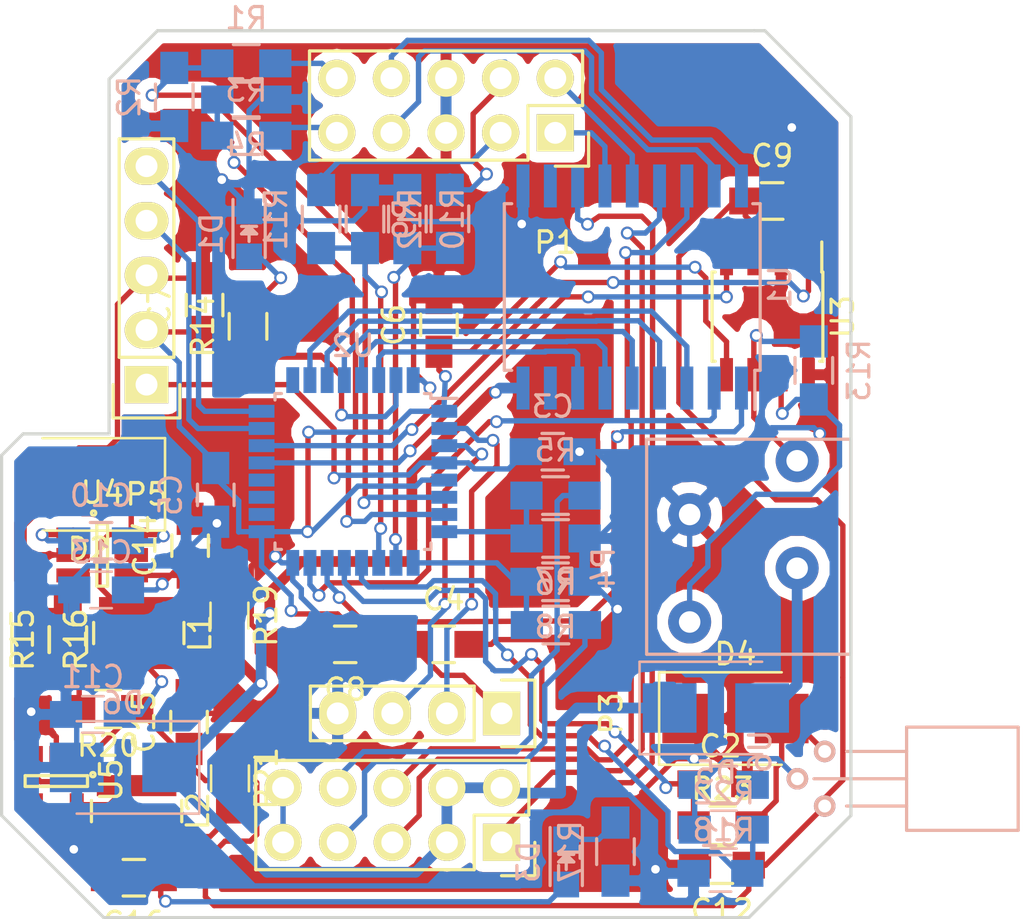
<source format=kicad_pcb>
(kicad_pcb (version 20171130) (host pcbnew 5.0.0-fee4fd1~66~ubuntu18.04.1)
  (layers (0 F.Cu signal) (31 B.Cu signal) (34 B.Paste user hide) (35 F.Paste user hide) (36 B.SilkS user) (37 F.SilkS user hide) (38 B.Mask user) (39 F.Mask user) (44 Edge.Cuts user))
  (net 0 "")
  (net 1 /CAN_TX)
  (net 2 GND)
  (net 3 VCC5.0)
  (net 4 /CAN_RX)
  (net 5 "Net-(P4-Pad3)")
  (net 6 "Net-(P4-Pad2)")
  (net 7 /SYS_NRST)
  (net 8 VCC3.3)
  (net 9 "Net-(C10-Pad1)")
  (net 10 "Net-(C10-Pad2)")
  (net 11 "Net-(D1-Pad2)")
  (net 12 "Net-(D3-Pad1)")
  (net 13 "Net-(L2-Pad1)")
  (net 14 /LED6_24)
  (net 15 /LED5_24)
  (net 16 /S6_24)
  (net 17 /S5_24)
  (net 18 /LED2_24)
  (net 19 /LED1_24)
  (net 20 /S2_24)
  (net 21 /S1_24)
  (net 22 /LEDBL_24)
  (net 23 VCC24.0)
  (net 24 /LED4_24)
  (net 25 /LED3_24)
  (net 26 /S4_24)
  (net 27 /S3_24)
  (net 28 "Net-(P2-Pad10)")
  (net 29 /SYS_SWDIO)
  (net 30 /SYS_SWCLK)
  (net 31 /S1_3.3)
  (net 32 /S2_3.3)
  (net 33 /S3_3.3)
  (net 34 /S4_3.3)
  (net 35 /S5_3.3)
  (net 36 /S6_3.3)
  (net 37 /RUN_LED)
  (net 38 "Net-(R15-Pad2)")
  (net 39 /LED1_MC)
  (net 40 /LED2_MC)
  (net 41 /LED3_MC)
  (net 42 /LED4_MC)
  (net 43 /LED5_MC)
  (net 44 /LED6_MC)
  (net 45 /LEDBL_MC)
  (net 46 "Net-(D5-Pad2)")
  (net 47 /I2C_SDA)
  (net 48 /I2C_SDC)
  (net 49 "Net-(C11-Pad1)")
  (net 50 "Net-(C13-Pad1)")
  (net 51 "Net-(C16-Pad1)")
  (net 52 "Net-(D4-Pad2)")
  (net 53 "Net-(R18-Pad1)")
  (net 54 /ADC_TEMP+)
  (net 55 /ADC_TEMP-)
  (module Capacitors_SMD:C_0805_HandSoldering (layer B.Cu) (at 90.6272 88.7222 180)
    (fp_text reference C10 (at 0 2.1 180) (layer B.SilkS) (effects (justify mirror)))
    (fp_text value 1µ)
    (pad 1 smd rect (at -1.25 0 180) (size 1.5 1.25) (layers B.Cu B.Paste B.Mask) (net 9 "Net-(C10-Pad1)"))
    (pad 2 smd rect (at 1.25 0 180) (size 1.5 1.25) (layers B.Cu B.Paste B.Mask) (net 10 "Net-(C10-Pad2)"))
  )
  (module Pin_Headers:Pin_Header_Straight_1x04 (layer F.Cu) (at 109.25 96.75 270)
    (fp_text reference P3 (at 0 -5.1 270) (layer F.SilkS))
    (fp_text value CONN_01X04)
    (pad 1 thru_hole rect (at 0 0 270) (size 2.032 1.7272) (drill 1.016) (layers *.Cu *.Mask F.SilkS) (net 8 VCC3.3))
    (pad 2 thru_hole oval (at 0 2.54 270) (size 2.032 1.7272) (drill 1.016) (layers *.Cu *.Mask F.SilkS) (net 47 /I2C_SDA))
    (pad 3 thru_hole oval (at 0 5.08 270) (size 2.032 1.7272) (drill 1.016) (layers *.Cu *.Mask F.SilkS) (net 48 /I2C_SDC))
    (pad 4 thru_hole oval (at 0 7.62 270) (size 2.032 1.7272) (drill 1.016) (layers *.Cu *.Mask F.SilkS) (net 2 GND))
  )
  (module Socket_Strips:Socket_Strip_Straight_2x05 (layer F.Cu) (at 111.75 69.75 180)
    (fp_text reference P1 (at 0 -5.1 180) (layer F.SilkS))
    (fp_text value CONN_02X05)
    (pad 1 thru_hole rect (at 0 0 180) (size 1.7272 1.7272) (drill 1.016) (layers *.Cu *.Mask F.SilkS) (net 14 /LED6_24))
    (pad 2 thru_hole oval (at 0 2.54 180) (size 1.7272 1.7272) (drill 1.016) (layers *.Cu *.Mask F.SilkS) (net 15 /LED5_24))
    (pad 3 thru_hole oval (at 2.54 0 180) (size 1.7272 1.7272) (drill 1.016) (layers *.Cu *.Mask F.SilkS) (net 16 /S6_24))
    (pad 4 thru_hole oval (at 2.54 2.54 180) (size 1.7272 1.7272) (drill 1.016) (layers *.Cu *.Mask F.SilkS) (net 17 /S5_24))
    (pad 5 thru_hole oval (at 5.08 0 180) (size 1.7272 1.7272) (drill 1.016) (layers *.Cu *.Mask F.SilkS) (net 2 GND))
    (pad 6 thru_hole oval (at 5.08 2.54 180) (size 1.7272 1.7272) (drill 1.016) (layers *.Cu *.Mask F.SilkS) (net 2 GND))
    (pad 7 thru_hole oval (at 7.62 0 180) (size 1.7272 1.7272) (drill 1.016) (layers *.Cu *.Mask F.SilkS) (net 18 /LED2_24))
    (pad 8 thru_hole oval (at 7.62 2.54 180) (size 1.7272 1.7272) (drill 1.016) (layers *.Cu *.Mask F.SilkS) (net 19 /LED1_24))
    (pad 9 thru_hole oval (at 10.16 0 180) (size 1.7272 1.7272) (drill 1.016) (layers *.Cu *.Mask F.SilkS) (net 20 /S2_24))
    (pad 10 thru_hole oval (at 10.16 2.54 180) (size 1.7272 1.7272) (drill 1.016) (layers *.Cu *.Mask F.SilkS) (net 21 /S1_24))
  )
  (module Housings_QFP:LQFP-32_7x7mm_Pitch0.8mm (layer B.Cu) (at 102.34 85.5 180)
    (fp_text reference U2 (at 0 5.85 180) (layer B.SilkS) (effects (justify mirror)))
    (fp_text value STM32F042K6Tx)
    (pad 1 smd rect (at -4.25 2.8 180) (size 1.2 0.6) (layers B.Cu B.Paste B.Mask) (net 8 VCC3.3))
    (pad 2 smd rect (at -4.25 2 180) (size 1.2 0.6) (layers B.Cu B.Paste B.Mask) (net 47 /I2C_SDA))
    (pad 3 smd rect (at -4.25 1.2 180) (size 1.2 0.6) (layers B.Cu B.Paste B.Mask) (net 48 /I2C_SDC))
    (pad 4 smd rect (at -4.25 0.4 180) (size 1.2 0.6) (layers B.Cu B.Paste B.Mask) (net 7 /SYS_NRST))
    (pad 5 smd rect (at -4.25 -0.4 180) (size 1.2 0.6) (layers B.Cu B.Paste B.Mask) (net 8 VCC3.3))
    (pad 6 smd rect (at -4.25 -1.2 180) (size 1.2 0.6) (layers B.Cu B.Paste B.Mask) (net 31 /S1_3.3))
    (pad 7 smd rect (at -4.25 -2 180) (size 1.2 0.6) (layers B.Cu B.Paste B.Mask) (net 32 /S2_3.3))
    (pad 8 smd rect (at -4.25 -2.8 180) (size 1.2 0.6) (layers B.Cu B.Paste B.Mask) (net 33 /S3_3.3))
    (pad 9 smd rect (at -2.8 -4.25 90) (size 1.2 0.6) (layers B.Cu B.Paste B.Mask) (net 34 /S4_3.3))
    (pad 10 smd rect (at -2 -4.25 90) (size 1.2 0.6) (layers B.Cu B.Paste B.Mask) (net 35 /S5_3.3))
    (pad 11 smd rect (at -1.2 -4.25 90) (size 1.2 0.6) (layers B.Cu B.Paste B.Mask) (net 36 /S6_3.3))
    (pad 12 smd rect (at -0.4 -4.25 90) (size 1.2 0.6) (layers B.Cu B.Paste B.Mask) (net 54 /ADC_TEMP+))
    (pad 13 smd rect (at 0.4 -4.25 90) (size 1.2 0.6) (layers B.Cu B.Paste B.Mask) (net 55 /ADC_TEMP-))
    (pad 14 smd rect (at 1.2 -4.25 90) (size 1.2 0.6) (layers B.Cu B.Paste B.Mask) (net 39 /LED1_MC))
    (pad 15 smd rect (at 2 -4.25 90) (size 1.2 0.6) (layers B.Cu B.Paste B.Mask) (net 40 /LED2_MC))
    (pad 16 smd rect (at 2.8 -4.25 90) (size 1.2 0.6) (layers B.Cu B.Paste B.Mask) (net 2 GND))
    (pad 17 smd rect (at 4.25 -2.8 180) (size 1.2 0.6) (layers B.Cu B.Paste B.Mask) (net 8 VCC3.3))
    (pad 18 smd rect (at 4.25 -2 180) (size 1.2 0.6) (layers B.Cu B.Paste B.Mask))
    (pad 19 smd rect (at 4.25 -1.2 180) (size 1.2 0.6) (layers B.Cu B.Paste B.Mask))
    (pad 20 smd rect (at 4.25 -0.4 180) (size 1.2 0.6) (layers B.Cu B.Paste B.Mask))
    (pad 21 smd rect (at 4.25 0.4 180) (size 1.2 0.6) (layers B.Cu B.Paste B.Mask) (net 4 /CAN_RX))
    (pad 22 smd rect (at 4.25 1.2 180) (size 1.2 0.6) (layers B.Cu B.Paste B.Mask) (net 1 /CAN_TX))
    (pad 23 smd rect (at 4.25 2 180) (size 1.2 0.6) (layers B.Cu B.Paste B.Mask) (net 29 /SYS_SWDIO))
    (pad 24 smd rect (at 4.25 2.8 180) (size 1.2 0.6) (layers B.Cu B.Paste B.Mask) (net 30 /SYS_SWCLK))
    (pad 25 smd rect (at 2.8 4.25 90) (size 1.2 0.6) (layers B.Cu B.Paste B.Mask))
    (pad 26 smd rect (at 2 4.25 90) (size 1.2 0.6) (layers B.Cu B.Paste B.Mask) (net 41 /LED3_MC))
    (pad 27 smd rect (at 1.2 4.25 90) (size 1.2 0.6) (layers B.Cu B.Paste B.Mask) (net 42 /LED4_MC))
    (pad 28 smd rect (at 0.4 4.25 90) (size 1.2 0.6) (layers B.Cu B.Paste B.Mask) (net 43 /LED5_MC))
    (pad 29 smd rect (at -0.4 4.25 90) (size 1.2 0.6) (layers B.Cu B.Paste B.Mask) (net 44 /LED6_MC))
    (pad 30 smd rect (at -1.2 4.25 90) (size 1.2 0.6) (layers B.Cu B.Paste B.Mask) (net 45 /LEDBL_MC))
    (pad 31 smd rect (at -2 4.25 90) (size 1.2 0.6) (layers B.Cu B.Paste B.Mask) (net 37 /RUN_LED))
    (pad 32 smd rect (at -2.8 4.25 90) (size 1.2 0.6) (layers B.Cu B.Paste B.Mask) (net 2 GND))
  )
  (module Capacitors_SMD:C_0805_HandSoldering (layer F.Cu) (at 95.44 77.76 90)
    (fp_text reference C7 (at 0 -2.1 90) (layer F.SilkS))
    (fp_text value 100n)
    (pad 1 smd rect (at -1.25 0 90) (size 1.5 1.25) (layers F.Cu F.Paste F.Mask) (net 8 VCC3.3))
    (pad 2 smd rect (at 1.25 0 90) (size 1.5 1.25) (layers F.Cu F.Paste F.Mask) (net 2 GND))
  )
  (module Capacitors_SMD:C_0805_HandSoldering (layer F.Cu) (at 101.98 93.54 180)
    (fp_text reference C8 (at 0 -2.1 180) (layer F.SilkS))
    (fp_text value 4.7µ)
    (pad 1 smd rect (at -1.25 0 180) (size 1.5 1.25) (layers F.Cu F.Paste F.Mask) (net 8 VCC3.3))
    (pad 2 smd rect (at 1.25 0 180) (size 1.5 1.25) (layers F.Cu F.Paste F.Mask) (net 2 GND))
  )
  (module Capacitors_SMD:C_0805_HandSoldering (layer F.Cu) (at 106.56 93.54)
    (fp_text reference C4 (at 0 -2.1) (layer F.SilkS))
    (fp_text value 1µ)
    (pad 1 smd rect (at -1.25 0) (size 1.5 1.25) (layers F.Cu F.Paste F.Mask) (net 8 VCC3.3))
    (pad 2 smd rect (at 1.25 0) (size 1.5 1.25) (layers F.Cu F.Paste F.Mask) (net 2 GND))
  )
  (module Housings_SOIC:SOIC-8_3.9x4.9mm_Pitch1.27mm (layer F.Cu) (at 121.62 78.3 270)
    (fp_text reference U3 (at 0 -3.5 270) (layer F.SilkS))
    (fp_text value MCP2551-I/SN)
    (pad 1 smd rect (at -2.7 -1.905 270) (size 1.55 0.6) (layers F.Cu F.Paste F.Mask) (net 1 /CAN_TX))
    (pad 2 smd rect (at -2.7 -0.635 270) (size 1.55 0.6) (layers F.Cu F.Paste F.Mask) (net 2 GND))
    (pad 3 smd rect (at -2.7 0.635 270) (size 1.55 0.6) (layers F.Cu F.Paste F.Mask) (net 3 VCC5.0))
    (pad 4 smd rect (at -2.7 1.905 270) (size 1.55 0.6) (layers F.Cu F.Paste F.Mask) (net 4 /CAN_RX))
    (pad 5 smd rect (at 2.7 1.905 270) (size 1.55 0.6) (layers F.Cu F.Paste F.Mask) (net 8 VCC3.3))
    (pad 6 smd rect (at 2.7 0.635 270) (size 1.55 0.6) (layers F.Cu F.Paste F.Mask) (net 5 "Net-(P4-Pad3)"))
    (pad 7 smd rect (at 2.7 -0.635 270) (size 1.55 0.6) (layers F.Cu F.Paste F.Mask) (net 6 "Net-(P4-Pad2)"))
    (pad 8 smd rect (at 2.7 -1.905 270) (size 1.55 0.6) (layers F.Cu F.Paste F.Mask) (net 2 GND))
  )
  (module Capacitors_SMD:C_0805_HandSoldering (layer B.Cu) (at 111.63 84.58 180)
    (fp_text reference C3 (at 0 2.1 180) (layer B.SilkS) (effects (justify mirror)))
    (fp_text value 100n)
    (pad 1 smd rect (at -1.25 0 180) (size 1.5 1.25) (layers B.Cu B.Paste B.Mask) (net 2 GND))
    (pad 2 smd rect (at 1.25 0 180) (size 1.5 1.25) (layers B.Cu B.Paste B.Mask) (net 7 /SYS_NRST))
  )
  (module Capacitors_SMD:C_0805_HandSoldering (layer B.Cu) (at 95.9612 86.5886 270)
    (fp_text reference C5 (at 0 2.1 270) (layer B.SilkS) (effects (justify mirror)))
    (fp_text value 10n)
    (pad 1 smd rect (at -1.25 0 270) (size 1.5 1.25) (layers B.Cu B.Paste B.Mask) (net 8 VCC3.3))
    (pad 2 smd rect (at 1.25 0 270) (size 1.5 1.25) (layers B.Cu B.Paste B.Mask) (net 2 GND))
  )
  (module Capacitors_SMD:C_0805_HandSoldering (layer F.Cu) (at 106.34 78.68 90)
    (fp_text reference C6 (at 0 -2.1 90) (layer F.SilkS))
    (fp_text value 100n)
    (pad 1 smd rect (at -1.25 0 90) (size 1.5 1.25) (layers F.Cu F.Paste F.Mask) (net 8 VCC3.3))
    (pad 2 smd rect (at 1.25 0 90) (size 1.5 1.25) (layers F.Cu F.Paste F.Mask) (net 2 GND))
  )
  (module Capacitors_SMD:C_0805_HandSoldering (layer F.Cu) (at 121.84 72.92)
    (fp_text reference C9 (at 0 -2.1) (layer F.SilkS))
    (fp_text value 100n)
    (pad 1 smd rect (at -1.25 0) (size 1.5 1.25) (layers F.Cu F.Paste F.Mask) (net 3 VCC5.0))
    (pad 2 smd rect (at 1.25 0) (size 1.5 1.25) (layers F.Cu F.Paste F.Mask) (net 2 GND))
  )
  (module Capacitors_SMD:C_0805_HandSoldering (layer F.Cu) (at 119.5 103.81 180)
    (fp_text reference C12 (at 0 -2.1 180) (layer F.SilkS))
    (fp_text value 100n)
    (pad 1 smd rect (at -1.25 0 180) (size 1.5 1.25) (layers F.Cu F.Paste F.Mask) (net 3 VCC5.0))
    (pad 2 smd rect (at 1.25 0 180) (size 1.5 1.25) (layers F.Cu F.Paste F.Mask) (net 2 GND))
  )
  (module Capacitors_SMD:C_0805_HandSoldering (layer F.Cu) (at 94.7674 88.9508 90)
    (fp_text reference C14 (at 0 -2.1 90) (layer F.SilkS))
    (fp_text value 100n)
    (pad 1 smd rect (at -1.25 0 90) (size 1.5 1.25) (layers F.Cu F.Paste F.Mask) (net 50 "Net-(C13-Pad1)"))
    (pad 2 smd rect (at 1.25 0 90) (size 1.5 1.25) (layers F.Cu F.Paste F.Mask) (net 2 GND))
  )
  (module Capacitors_SMD:C_0805_HandSoldering (layer F.Cu) (at 94.7166 97.155 90)
    (fp_text reference C15 (at 0 -2.1 90) (layer F.SilkS))
    (fp_text value 10µ)
    (pad 1 smd rect (at -1.25 0 90) (size 1.5 1.25) (layers F.Cu F.Paste F.Mask) (net 3 VCC5.0))
    (pad 2 smd rect (at 1.25 0 90) (size 1.5 1.25) (layers F.Cu F.Paste F.Mask) (net 2 GND))
  )
  (module Capacitors_SMD:C_0805_HandSoldering (layer F.Cu) (at 92.1512 104.394 180)
    (fp_text reference C16 (at 0 -2.1 180) (layer F.SilkS))
    (fp_text value 10µ)
    (pad 1 smd rect (at -1.25 0 180) (size 1.5 1.25) (layers F.Cu F.Paste F.Mask) (net 51 "Net-(C16-Pad1)"))
    (pad 2 smd rect (at 1.25 0 180) (size 1.5 1.25) (layers F.Cu F.Paste F.Mask) (net 2 GND))
  )
  (module LEDs:LED_0805 (layer B.Cu) (at 97.51 74.45 270)
    (fp_text reference D1 (at 0 1.75 270) (layer B.SilkS) (effects (justify mirror)))
    (fp_text value LED)
    (pad 2 smd rect (at 1.04902 0 90) (size 1.19888 1.19888) (layers B.Cu B.Paste B.Mask) (net 11 "Net-(D1-Pad2)"))
    (pad 1 smd rect (at -1.04902 0 90) (size 1.19888 1.19888) (layers B.Cu B.Paste B.Mask) (net 2 GND))
  )
  (module LEDs:LED_0805 (layer B.Cu) (at 112.26 103.66 270)
    (fp_text reference D3 (at 0 1.75 270) (layer B.SilkS) (effects (justify mirror)))
    (fp_text value "LED GN")
    (pad 2 smd rect (at 1.04902 0 90) (size 1.19888 1.19888) (layers B.Cu B.Paste B.Mask) (net 51 "Net-(C16-Pad1)"))
    (pad 1 smd rect (at -1.04902 0 90) (size 1.19888 1.19888) (layers B.Cu B.Paste B.Mask) (net 12 "Net-(D3-Pad1)"))
  )
  (module Socket_Strips:Socket_Strip_Straight_2x05 (layer F.Cu) (at 109.25 102.75 180)
    (fp_text reference P2 (at 0 -5.1 180) (layer F.SilkS))
    (fp_text value CONN_02X05)
    (pad 1 thru_hole rect (at 0 0 180) (size 1.7272 1.7272) (drill 1.016) (layers *.Cu *.Mask F.SilkS) (net 22 /LEDBL_24))
    (pad 2 thru_hole oval (at 0 2.54 180) (size 1.7272 1.7272) (drill 1.016) (layers *.Cu *.Mask F.SilkS) (net 23 VCC24.0))
    (pad 3 thru_hole oval (at 2.54 0 180) (size 1.7272 1.7272) (drill 1.016) (layers *.Cu *.Mask F.SilkS) (net 23 VCC24.0))
    (pad 4 thru_hole oval (at 2.54 2.54 180) (size 1.7272 1.7272) (drill 1.016) (layers *.Cu *.Mask F.SilkS) (net 23 VCC24.0))
    (pad 5 thru_hole oval (at 5.08 0 180) (size 1.7272 1.7272) (drill 1.016) (layers *.Cu *.Mask F.SilkS) (net 24 /LED4_24))
    (pad 6 thru_hole oval (at 5.08 2.54 180) (size 1.7272 1.7272) (drill 1.016) (layers *.Cu *.Mask F.SilkS) (net 25 /LED3_24))
    (pad 7 thru_hole oval (at 7.62 0 180) (size 1.7272 1.7272) (drill 1.016) (layers *.Cu *.Mask F.SilkS) (net 26 /S4_24))
    (pad 8 thru_hole oval (at 7.62 2.54 180) (size 1.7272 1.7272) (drill 1.016) (layers *.Cu *.Mask F.SilkS) (net 27 /S3_24))
    (pad 9 thru_hole oval (at 10.16 0 180) (size 1.7272 1.7272) (drill 1.016) (layers *.Cu *.Mask F.SilkS) (net 28 "Net-(P2-Pad10)"))
    (pad 10 thru_hole oval (at 10.16 2.54 180) (size 1.7272 1.7272) (drill 1.016) (layers *.Cu *.Mask F.SilkS) (net 28 "Net-(P2-Pad10)"))
  )
  (module Pin_Headers:Pin_Header_Straight_1x05 (layer F.Cu) (at 92.74 81.46 180)
    (fp_text reference P5 (at 0 -5.1 180) (layer F.SilkS))
    (fp_text value CONN_01X05)
    (pad 1 thru_hole rect (at 0 0 180) (size 2.032 1.7272) (drill 1.016) (layers *.Cu *.Mask F.SilkS) (net 7 /SYS_NRST))
    (pad 2 thru_hole oval (at 0 2.54 180) (size 2.032 1.7272) (drill 1.016) (layers *.Cu *.Mask F.SilkS) (net 8 VCC3.3))
    (pad 3 thru_hole oval (at 0 5.08 180) (size 2.032 1.7272) (drill 1.016) (layers *.Cu *.Mask F.SilkS) (net 2 GND))
    (pad 4 thru_hole oval (at 0 7.62 180) (size 2.032 1.7272) (drill 1.016) (layers *.Cu *.Mask F.SilkS) (net 29 /SYS_SWDIO))
    (pad 5 thru_hole oval (at 0 10.16 180) (size 2.032 1.7272) (drill 1.016) (layers *.Cu *.Mask F.SilkS) (net 30 /SYS_SWCLK))
  )
  (module Resistors_SMD:R_0805_HandSoldering (layer B.Cu) (at 97.38 66.52 180)
    (fp_text reference R1 (at 0 2.1 180) (layer B.SilkS) (effects (justify mirror)))
    (fp_text value 100k)
    (pad 1 smd rect (at -1.35 0 180) (size 1.5 1.3) (layers B.Cu B.Paste B.Mask) (net 21 /S1_24))
    (pad 2 smd rect (at 1.35 0 180) (size 1.5 1.3) (layers B.Cu B.Paste B.Mask) (net 31 /S1_3.3))
  )
  (module Resistors_SMD:R_0805_HandSoldering (layer B.Cu) (at 94.03 68.08 270)
    (fp_text reference R2 (at 0 2.1 270) (layer B.SilkS) (effects (justify mirror)))
    (fp_text value 15k)
    (pad 1 smd rect (at -1.35 0 270) (size 1.5 1.3) (layers B.Cu B.Paste B.Mask) (net 31 /S1_3.3))
    (pad 2 smd rect (at 1.35 0 270) (size 1.5 1.3) (layers B.Cu B.Paste B.Mask) (net 2 GND))
  )
  (module Resistors_SMD:R_0805_HandSoldering (layer B.Cu) (at 97.38 69.88 180)
    (fp_text reference R3 (at 0 2.1 180) (layer B.SilkS) (effects (justify mirror)))
    (fp_text value 100k)
    (pad 1 smd rect (at -1.35 0 180) (size 1.5 1.3) (layers B.Cu B.Paste B.Mask) (net 20 /S2_24))
    (pad 2 smd rect (at 1.35 0 180) (size 1.5 1.3) (layers B.Cu B.Paste B.Mask) (net 32 /S2_3.3))
  )
  (module Resistors_SMD:R_0805_HandSoldering (layer B.Cu) (at 97.38 68.2)
    (fp_text reference R4 (at 0 2.1) (layer B.SilkS) (effects (justify mirror)))
    (fp_text value 15k)
    (pad 1 smd rect (at -1.35 0) (size 1.5 1.3) (layers B.Cu B.Paste B.Mask) (net 32 /S2_3.3))
    (pad 2 smd rect (at 1.35 0) (size 1.5 1.3) (layers B.Cu B.Paste B.Mask) (net 2 GND))
  )
  (module Resistors_SMD:R_0805_HandSoldering (layer B.Cu) (at 111.76 86.62 180)
    (fp_text reference R5 (at 0 2.1 180) (layer B.SilkS) (effects (justify mirror)))
    (fp_text value 100k)
    (pad 1 smd rect (at -1.35 0 180) (size 1.5 1.3) (layers B.Cu B.Paste B.Mask) (net 27 /S3_24))
    (pad 2 smd rect (at 1.35 0 180) (size 1.5 1.3) (layers B.Cu B.Paste B.Mask) (net 33 /S3_3.3))
  )
  (module Resistors_SMD:R_0805_HandSoldering (layer B.Cu) (at 111.765 88.615)
    (fp_text reference R6 (at 0 2.1) (layer B.SilkS) (effects (justify mirror)))
    (fp_text value 15k)
    (pad 1 smd rect (at -1.35 0) (size 1.5 1.3) (layers B.Cu B.Paste B.Mask) (net 33 /S3_3.3))
    (pad 2 smd rect (at 1.35 0) (size 1.5 1.3) (layers B.Cu B.Paste B.Mask) (net 2 GND))
  )
  (module Resistors_SMD:R_0805_HandSoldering (layer B.Cu) (at 111.78 92.64 180)
    (fp_text reference R7 (at 0 2.1 180) (layer B.SilkS) (effects (justify mirror)))
    (fp_text value 100k)
    (pad 1 smd rect (at -1.35 0 180) (size 1.5 1.3) (layers B.Cu B.Paste B.Mask) (net 26 /S4_24))
    (pad 2 smd rect (at 1.35 0 180) (size 1.5 1.3) (layers B.Cu B.Paste B.Mask) (net 34 /S4_3.3))
  )
  (module Resistors_SMD:R_0805_HandSoldering (layer B.Cu) (at 111.76 90.63)
    (fp_text reference R8 (at 0 2.1) (layer B.SilkS) (effects (justify mirror)))
    (fp_text value 15k)
    (pad 1 smd rect (at -1.35 0) (size 1.5 1.3) (layers B.Cu B.Paste B.Mask) (net 34 /S4_3.3))
    (pad 2 smd rect (at 1.35 0) (size 1.5 1.3) (layers B.Cu B.Paste B.Mask) (net 2 GND))
  )
  (module Resistors_SMD:R_0805_HandSoldering (layer B.Cu) (at 106.85 73.75 270)
    (fp_text reference R9 (at 0 2.1 270) (layer B.SilkS) (effects (justify mirror)))
    (fp_text value 100k)
    (pad 1 smd rect (at -1.35 0 270) (size 1.5 1.3) (layers B.Cu B.Paste B.Mask) (net 17 /S5_24))
    (pad 2 smd rect (at 1.35 0 270) (size 1.5 1.3) (layers B.Cu B.Paste B.Mask) (net 35 /S5_3.3))
  )
  (module Resistors_SMD:R_0805_HandSoldering (layer B.Cu) (at 104.87 73.76 90)
    (fp_text reference R10 (at 0 2.1 90) (layer B.SilkS) (effects (justify mirror)))
    (fp_text value 15k)
    (pad 1 smd rect (at -1.35 0 90) (size 1.5 1.3) (layers B.Cu B.Paste B.Mask) (net 35 /S5_3.3))
    (pad 2 smd rect (at 1.35 0 90) (size 1.5 1.3) (layers B.Cu B.Paste B.Mask) (net 2 GND))
  )
  (module Resistors_SMD:R_0805_HandSoldering (layer B.Cu) (at 100.86 73.76 270)
    (fp_text reference R11 (at 0 2.1 270) (layer B.SilkS) (effects (justify mirror)))
    (fp_text value 100k)
    (pad 1 smd rect (at -1.35 0 270) (size 1.5 1.3) (layers B.Cu B.Paste B.Mask) (net 16 /S6_24))
    (pad 2 smd rect (at 1.35 0 270) (size 1.5 1.3) (layers B.Cu B.Paste B.Mask) (net 36 /S6_3.3))
  )
  (module Resistors_SMD:R_0805_HandSoldering (layer B.Cu) (at 102.9 73.76 90)
    (fp_text reference R12 (at 0 2.1 90) (layer B.SilkS) (effects (justify mirror)))
    (fp_text value 15k)
    (pad 1 smd rect (at -1.35 0 90) (size 1.5 1.3) (layers B.Cu B.Paste B.Mask) (net 36 /S6_3.3))
    (pad 2 smd rect (at 1.35 0 90) (size 1.5 1.3) (layers B.Cu B.Paste B.Mask) (net 2 GND))
  )
  (module Resistors_SMD:R_0805_HandSoldering (layer B.Cu) (at 123.775 80.8 90)
    (fp_text reference R13 (at 0 2.1 90) (layer B.SilkS) (effects (justify mirror)))
    (fp_text value 120)
    (pad 1 smd rect (at -1.35 0 90) (size 1.5 1.3) (layers B.Cu B.Paste B.Mask) (net 6 "Net-(P4-Pad2)"))
    (pad 2 smd rect (at 1.35 0 90) (size 1.5 1.3) (layers B.Cu B.Paste B.Mask) (net 5 "Net-(P4-Pad3)"))
  )
  (module Resistors_SMD:R_0805_HandSoldering (layer F.Cu) (at 97.46 78.75 90)
    (fp_text reference R14 (at 0 -2.1 90) (layer F.SilkS))
    (fp_text value 390)
    (pad 1 smd rect (at -1.35 0 90) (size 1.5 1.3) (layers F.Cu F.Paste F.Mask) (net 37 /RUN_LED))
    (pad 2 smd rect (at 1.35 0 90) (size 1.5 1.3) (layers F.Cu F.Paste F.Mask) (net 11 "Net-(D1-Pad2)"))
  )
  (module Resistors_SMD:R_0805_HandSoldering (layer F.Cu) (at 89.0778 93.3196 90)
    (fp_text reference R15 (at 0 -2.1 90) (layer F.SilkS))
    (fp_text value 8K2)
    (pad 1 smd rect (at -1.35 0 90) (size 1.5 1.3) (layers F.Cu F.Paste F.Mask) (net 49 "Net-(C11-Pad1)"))
    (pad 2 smd rect (at 1.35 0 90) (size 1.5 1.3) (layers F.Cu F.Paste F.Mask) (net 38 "Net-(R15-Pad2)"))
  )
  (module Resistors_SMD:R_0805_HandSoldering (layer F.Cu) (at 87.3506 93.3196 270)
    (fp_text reference R16 (at 0 -2.1 270) (layer F.SilkS))
    (fp_text value "1K5 1%")
    (pad 1 smd rect (at -1.35 0 270) (size 1.5 1.3) (layers F.Cu F.Paste F.Mask) (net 38 "Net-(R15-Pad2)"))
    (pad 2 smd rect (at 1.35 0 270) (size 1.5 1.3) (layers F.Cu F.Paste F.Mask) (net 2 GND))
  )
  (module Resistors_SMD:R_0805_HandSoldering (layer B.Cu) (at 114.55 103.18 270)
    (fp_text reference R17 (at 0 2.1 270) (layer B.SilkS) (effects (justify mirror)))
    (fp_text value 270)
    (pad 1 smd rect (at -1.35 0 270) (size 1.5 1.3) (layers B.Cu B.Paste B.Mask) (net 12 "Net-(D3-Pad1)"))
    (pad 2 smd rect (at 1.35 0 270) (size 1.5 1.3) (layers B.Cu B.Paste B.Mask) (net 2 GND))
  )
  (module Resistors_SMD:R_0805_HandSoldering (layer B.Cu) (at 119.5832 100.076)
    (fp_text reference R18 (at 0 2.1) (layer B.SilkS) (effects (justify mirror)))
    (fp_text value 18k)
    (pad 1 smd rect (at -1.35 0) (size 1.5 1.3) (layers B.Cu B.Paste B.Mask) (net 53 "Net-(R18-Pad1)"))
    (pad 2 smd rect (at 1.35 0) (size 1.5 1.3) (layers B.Cu B.Paste B.Mask) (net 2 GND))
  )
  (module Housings_SOIC:SOIC-18W_7.5x11.6mm_Pitch1.27mm (layer B.Cu) (at 115.33 76.92 90)
    (fp_text reference U1 (at 0 6.875 90) (layer B.SilkS) (effects (justify mirror)))
    (fp_text value TBD62783AFG)
    (pad 1 smd rect (at -4.7 5.08 90) (size 2 0.6) (layers B.Cu B.Paste B.Mask) (net 39 /LED1_MC))
    (pad 2 smd rect (at -4.7 3.81 90) (size 2 0.6) (layers B.Cu B.Paste B.Mask) (net 40 /LED2_MC))
    (pad 3 smd rect (at -4.7 2.54 90) (size 2 0.6) (layers B.Cu B.Paste B.Mask) (net 41 /LED3_MC))
    (pad 4 smd rect (at -4.7 1.27 90) (size 2 0.6) (layers B.Cu B.Paste B.Mask) (net 42 /LED4_MC))
    (pad 5 smd rect (at -4.7 0 90) (size 2 0.6) (layers B.Cu B.Paste B.Mask) (net 43 /LED5_MC))
    (pad 6 smd rect (at -4.7 -1.27 90) (size 2 0.6) (layers B.Cu B.Paste B.Mask) (net 44 /LED6_MC))
    (pad 7 smd rect (at -4.7 -2.54 90) (size 2 0.6) (layers B.Cu B.Paste B.Mask) (net 45 /LEDBL_MC))
    (pad 8 smd rect (at -4.7 -3.81 90) (size 2 0.6) (layers B.Cu B.Paste B.Mask))
    (pad 9 smd rect (at -4.7 -5.08 90) (size 2 0.6) (layers B.Cu B.Paste B.Mask) (net 23 VCC24.0))
    (pad 10 smd rect (at 4.7 -5.08 90) (size 2 0.6) (layers B.Cu B.Paste B.Mask) (net 2 GND))
    (pad 11 smd rect (at 4.7 -3.81 90) (size 2 0.6) (layers B.Cu B.Paste B.Mask))
    (pad 12 smd rect (at 4.7 -2.54 90) (size 2 0.6) (layers B.Cu B.Paste B.Mask) (net 22 /LEDBL_24))
    (pad 13 smd rect (at 4.7 -1.27 90) (size 2 0.6) (layers B.Cu B.Paste B.Mask) (net 14 /LED6_24))
    (pad 14 smd rect (at 4.7 0 90) (size 2 0.6) (layers B.Cu B.Paste B.Mask) (net 15 /LED5_24))
    (pad 15 smd rect (at 4.7 1.27 90) (size 2 0.6) (layers B.Cu B.Paste B.Mask) (net 24 /LED4_24))
    (pad 16 smd rect (at 4.7 2.54 90) (size 2 0.6) (layers B.Cu B.Paste B.Mask) (net 25 /LED3_24))
    (pad 17 smd rect (at 4.7 3.81 90) (size 2 0.6) (layers B.Cu B.Paste B.Mask) (net 18 /LED2_24))
    (pad 18 smd rect (at 4.7 5.08 90) (size 2 0.6) (layers B.Cu B.Paste B.Mask) (net 19 /LED1_24))
  )
  (module TO_SOT_Packages_SMD:SOT-23-6_Handsoldering (layer F.Cu) (at 90.678 89.3826)
    (fp_text reference U4 (at 0 -2.9) (layer F.SilkS))
    (fp_text value LM2841)
    (pad 1 smd rect (at -1.35 -0.95) (size 1.56 0.65) (layers F.Cu F.Paste F.Mask) (net 10 "Net-(C10-Pad2)"))
    (pad 2 smd rect (at -1.35 0) (size 1.56 0.65) (layers F.Cu F.Paste F.Mask) (net 2 GND))
    (pad 3 smd rect (at -1.35 0.95) (size 1.56 0.65) (layers F.Cu F.Paste F.Mask) (net 38 "Net-(R15-Pad2)"))
    (pad 4 smd rect (at 1.35 0.95) (size 1.56 0.65) (layers F.Cu F.Paste F.Mask) (net 50 "Net-(C13-Pad1)"))
    (pad 6 smd rect (at 1.35 -0.95) (size 1.56 0.65) (layers F.Cu F.Paste F.Mask) (net 9 "Net-(C10-Pad1)"))
    (pad 5 smd rect (at 1.35 0) (size 1.56 0.65) (layers F.Cu F.Paste F.Mask) (net 50 "Net-(C13-Pad1)"))
  )
  (module TO_SOT_Packages_SMD:SOT-23-5 (layer F.Cu) (at 88.5444 99.8982 270)
    (fp_text reference U5 (at -0.05 -2.55 270) (layer F.SilkS))
    (fp_text value LM3670MF)
    (pad 1 smd rect (at -1.1 -0.95 270) (size 1.06 0.65) (layers F.Cu F.Paste F.Mask) (net 3 VCC5.0))
    (pad 2 smd rect (at -1.1 0 270) (size 1.06 0.65) (layers F.Cu F.Paste F.Mask) (net 2 GND))
    (pad 3 smd rect (at -1.1 0.95 270) (size 1.06 0.65) (layers F.Cu F.Paste F.Mask) (net 3 VCC5.0))
    (pad 4 smd rect (at 1.1 0.95 270) (size 1.06 0.65) (layers F.Cu F.Paste F.Mask) (net 51 "Net-(C16-Pad1)"))
    (pad 5 smd rect (at 1.1 -0.95 270) (size 1.06 0.65) (layers F.Cu F.Paste F.Mask) (net 13 "Net-(L2-Pad1)"))
  )
  (module TO_SOT_Packages_THT:TO-92_Horizontal1_Molded_Narrow (layer B.Cu) (at 124.28 98.52 270)
    (fp_text reference U6 (at 0 3 270) (layer B.SilkS) (effects (justify mirror)))
    (fp_text value LM35DZ)
    (pad 2 thru_hole circle (at 1.27 1.27 180) (size 1.00076 1.00076) (drill 0.6) (layers *.Cu *.Mask B.SilkS) (net 53 "Net-(R18-Pad1)"))
    (pad 3 thru_hole circle (at 2.54 0 180) (size 1.00076 1.00076) (drill 0.6) (layers *.Cu *.Mask B.SilkS) (net 3 VCC5.0))
    (pad 1 thru_hole circle (at 0 0 180) (size 1.00076 1.00076) (drill 0.6) (layers *.Cu *.Mask B.SilkS) (net 52 "Net-(D4-Pad2)"))
  )
  (module Inductors:Inductor_Wurth_MAPI-4020 (layer F.Cu) (at 92.3798 93.0148 270)
    (fp_text reference L1 (at 0 -2.85 270) (layer F.SilkS))
    (fp_text value 10µ)
    (pad 1 smd rect (at -1.185 0 270) (size 0.98 3.7) (layers F.Cu F.Paste F.Mask) (net 9 "Net-(C10-Pad1)"))
    (pad 2 smd rect (at 1.185 0 270) (size 0.98 3.7) (layers F.Cu F.Paste F.Mask) (net 49 "Net-(C11-Pad1)"))
  )
  (module Inductors:Inductor_Wurth_MAPI-4020 (layer F.Cu) (at 92.2782 101.2952 270)
    (fp_text reference L2 (at 0 -2.85 270) (layer F.SilkS))
    (fp_text value 10µ)
    (pad 1 smd rect (at -1.185 0 270) (size 0.98 3.7) (layers F.Cu F.Paste F.Mask) (net 13 "Net-(L2-Pad1)"))
    (pad 2 smd rect (at 1.185 0 270) (size 0.98 3.7) (layers F.Cu F.Paste F.Mask) (net 51 "Net-(C16-Pad1)"))
  )
  (module Connectors_WAGO:WAGO_COSTUm (layer B.Cu) (at 121 90 90)
    (fp_text reference P4 (at 0 -7 90) (layer B.SilkS) (effects (justify mirror)))
    (fp_text value CONN_01X04)
    (pad 1 thru_hole circle (at 0 2 90) (size 2 2) (drill 1) (layers *.Cu *.Mask) (net 46 "Net-(D5-Pad2)"))
    (pad 2 thru_hole circle (at -2.5 -3 90) (size 2 2) (drill 1) (layers *.Cu *.Mask) (net 6 "Net-(P4-Pad2)"))
    (pad 3 thru_hole circle (at 5 2 90) (size 2 2) (drill 1) (layers *.Cu *.Mask) (net 5 "Net-(P4-Pad3)"))
    (pad 4 thru_hole circle (at 2.5 -3 90) (size 2 2) (drill 1) (layers *.Cu *.Mask) (net 2 GND))
  )
  (module Resistors_SMD:R_0805_HandSoldering (layer F.Cu) (at 96.5962 92.202 270)
    (fp_text reference R19 (at 0 -1.7 270) (layer F.SilkS))
    (fp_text value L600R)
    (pad 1 smd rect (at -1.35 0 270) (size 1.5 1.3) (layers F.Cu F.Paste F.Mask) (net 50 "Net-(C13-Pad1)"))
    (pad 2 smd rect (at 1.35 0 270) (size 1.5 1.3) (layers F.Cu F.Paste F.Mask) (net 23 VCC24.0))
  )
  (module Resistors_SMD:R_0805_HandSoldering (layer F.Cu) (at 90.9574 96.5454 180)
    (fp_text reference R20 (at 0 -1.7 180) (layer F.SilkS))
    (fp_text value L600R)
    (pad 1 smd rect (at -1.35 0 180) (size 1.5 1.3) (layers F.Cu F.Paste F.Mask) (net 3 VCC5.0))
    (pad 2 smd rect (at 1.35 0 180) (size 1.5 1.3) (layers F.Cu F.Paste F.Mask) (net 49 "Net-(C11-Pad1)"))
  )
  (module Capacitors_SMD:C_0805_HandSoldering (layer B.Cu) (at 119.4308 104.1908 180)
    (fp_text reference C1 (at 0 1.75 180) (layer B.SilkS) (effects (justify mirror)))
    (fp_text value C)
    (pad 1 smd rect (at -1.25 0 180) (size 1.5 1.25) (layers B.Cu B.Paste B.Mask) (net 54 /ADC_TEMP+))
    (pad 2 smd rect (at 1.25 0 180) (size 1.5 1.25) (layers B.Cu B.Paste B.Mask) (net 2 GND))
  )
  (module Capacitors_SMD:C_0805_HandSoldering (layer F.Cu) (at 119.4308 100.0252)
    (fp_text reference C2 (at 0 -1.75) (layer F.SilkS))
    (fp_text value C)
    (pad 1 smd rect (at -1.25 0) (size 1.5 1.25) (layers F.Cu F.Paste F.Mask) (net 55 /ADC_TEMP-))
    (pad 2 smd rect (at 1.25 0) (size 1.5 1.25) (layers F.Cu F.Paste F.Mask) (net 2 GND))
  )
  (module Capacitors_SMD:C_0805_HandSoldering (layer B.Cu) (at 90.2462 96.7994 180)
    (fp_text reference C11 (at 0 1.75 180) (layer B.SilkS) (effects (justify mirror)))
    (fp_text value 22µ)
    (pad 1 smd rect (at -1.25 0 180) (size 1.5 1.25) (layers B.Cu B.Paste B.Mask) (net 49 "Net-(C11-Pad1)"))
    (pad 2 smd rect (at 1.25 0 180) (size 1.5 1.25) (layers B.Cu B.Paste B.Mask) (net 2 GND))
  )
  (module Capacitors_SMD:C_0805_HandSoldering (layer B.Cu) (at 90.6272 91.0082 180)
    (fp_text reference C13 (at 0 1.75 180) (layer B.SilkS) (effects (justify mirror)))
    (fp_text value 22µ)
    (pad 1 smd rect (at -1.25 0 180) (size 1.5 1.25) (layers B.Cu B.Paste B.Mask) (net 50 "Net-(C13-Pad1)"))
    (pad 2 smd rect (at 1.25 0 180) (size 1.5 1.25) (layers B.Cu B.Paste B.Mask) (net 2 GND))
  )
  (module Resistors_SMD:R_0805_HandSoldering (layer F.Cu) (at 96.6216 99.7712 270)
    (fp_text reference R21 (at 0 -1.7 270) (layer F.SilkS))
    (fp_text value L600R)
    (pad 1 smd rect (at -1.35 0 270) (size 1.5 1.3) (layers F.Cu F.Paste F.Mask) (net 8 VCC3.3))
    (pad 2 smd rect (at 1.35 0 270) (size 1.5 1.3) (layers F.Cu F.Paste F.Mask) (net 51 "Net-(C16-Pad1)"))
  )
  (module Resistors_SMD:R_0805_HandSoldering (layer B.Cu) (at 119.5832 102.1588 180)
    (fp_text reference R22 (at 0 1.7 180) (layer B.SilkS) (effects (justify mirror)))
    (fp_text value R)
    (pad 1 smd rect (at -1.35 0 180) (size 1.5 1.3) (layers B.Cu B.Paste B.Mask) (net 54 /ADC_TEMP+))
    (pad 2 smd rect (at 1.35 0 180) (size 1.5 1.3) (layers B.Cu B.Paste B.Mask) (net 53 "Net-(R18-Pad1)"))
  )
  (module Resistors_SMD:R_0805_HandSoldering (layer F.Cu) (at 119.5324 101.9556)
    (fp_text reference R23 (at 0 -1.7) (layer F.SilkS))
    (fp_text value R)
    (pad 1 smd rect (at -1.35 0) (size 1.5 1.3) (layers F.Cu F.Paste F.Mask) (net 55 /ADC_TEMP-))
    (pad 2 smd rect (at 1.35 0) (size 1.5 1.3) (layers F.Cu F.Paste F.Mask) (net 52 "Net-(D4-Pad2)"))
  )
  (module Diodes_SMD:D_SMB (layer F.Cu) (at 90.05 86.1 180)
    (fp_text reference D2 (at 0 -3 180) (layer F.SilkS))
    (fp_text value D)
    (pad 1 smd rect (at -2.15 0 180) (size 2.5 2.3) (layers F.Cu F.Paste F.Mask) (net 9 "Net-(C10-Pad1)"))
    (pad 2 smd rect (at 2.15 0 180) (size 2.5 2.3) (layers F.Cu F.Paste F.Mask) (net 2 GND))
  )
  (module Diodes_SMD:D_SMB (layer F.Cu) (at 120.13 96.99)
    (fp_text reference D4 (at 0 -3) (layer F.SilkS))
    (fp_text value D)
    (pad 1 smd rect (at -2.15 0) (size 2.5 2.3) (layers F.Cu F.Paste F.Mask) (net 2 GND))
    (pad 2 smd rect (at 2.15 0) (size 2.5 2.3) (layers F.Cu F.Paste F.Mask) (net 52 "Net-(D4-Pad2)"))
  )
  (module Diodes_SMD:D_SMB (layer B.Cu) (at 119.22 96.5)
    (fp_text reference D5 (at 0 3) (layer B.SilkS) (effects (justify mirror)))
    (fp_text value D)
    (pad 1 smd rect (at -2.15 0) (size 2.5 2.3) (layers B.Cu B.Paste B.Mask) (net 23 VCC24.0))
    (pad 2 smd rect (at 2.15 0) (size 2.5 2.3) (layers B.Cu B.Paste B.Mask) (net 46 "Net-(D5-Pad2)"))
  )
  (module Diodes_SMD:D_SMB (layer B.Cu) (at 91.6432 99.2632 180)
    (fp_text reference D6 (at 0 3 180) (layer B.SilkS) (effects (justify mirror)))
    (fp_text value D)
    (pad 1 smd rect (at -2.15 0 180) (size 2.5 2.3) (layers B.Cu B.Paste B.Mask) (net 23 VCC24.0))
    (pad 2 smd rect (at 2.15 0 180) (size 2.5 2.3) (layers B.Cu B.Paste B.Mask) (net 2 GND))
  )
  (gr_line (start 121.5 65) (end 125.5 69) (angle 90) (layer Edge.Cuts) (width 0.15))
  (gr_line (start 125.5 101.5) (end 120.75 106.25) (angle 90) (layer Edge.Cuts) (width 0.15))
  (gr_line (start 125.5 101.5) (end 125.5 69) (angle 90) (layer Edge.Cuts) (width 0.15))
  (gr_line (start 90.75 106.25) (end 86 101.5) (angle 90) (layer Edge.Cuts) (width 0.15))
  (gr_line (start 90.75 106.25) (end 120.75 106.25) (angle 90) (layer Edge.Cuts) (width 0.15))
  (gr_line (start 91 67.25) (end 91 68) (angle 90) (layer Edge.Cuts) (width 0.15))
  (gr_line (start 93.25 65) (end 121 65) (angle 90) (layer Edge.Cuts) (width 0.15))
  (gr_line (start 93.25 65) (end 91 67.25) (angle 90) (layer Edge.Cuts) (width 0.15))
  (gr_line (start 121.5 65) (end 121 65) (angle 90) (layer Edge.Cuts) (width 0.15))
  (gr_line (start 86 84.75) (end 86 101.5) (angle 90) (layer Edge.Cuts) (width 0.15))
  (gr_line (start 87 83.75) (end 91 83.75) (angle 90) (layer Edge.Cuts) (width 0.15))
  (gr_line (start 86 84.75) (end 87 83.75) (angle 90) (layer Edge.Cuts) (width 0.15))
  (gr_line (start 91 82.75) (end 91 83) (angle 90) (layer Edge.Cuts) (width 0.15))
  (gr_line (start 91 83) (end 91 82.75) (angle 90) (layer Edge.Cuts) (width 0.15))
  (gr_line (start 91 83.75) (end 91 83) (angle 90) (layer Edge.Cuts) (width 0.15))
  (gr_line (start 91 82.9) (end 91 68) (angle 90) (layer Edge.Cuts) (width 0.15))
  (segment (start 114.44 76.71) (end 122.66 76.71) (width 0.25) (layer B.Cu) (net 1))
  (segment (start 122.66 76.71) (end 123.29 77.34) (width 0.25) (layer B.Cu) (net 1))
  (segment (start 114.44 76.71) (end 111.93 76.71) (width 0.25) (layer F.Cu) (net 1))
  (segment (start 110.93 77.71) (end 110.93 77.7) (width 0.25) (layer F.Cu) (net 1))
  (segment (start 111.93 76.71) (end 110.93 77.71) (width 0.25) (layer F.Cu) (net 1))
  (segment (start 98.09 84.3) (end 104.18 84.3) (width 0.25) (layer B.Cu) (net 1))
  (segment (start 105.08 83.55) (end 110.93 77.7) (width 0.25) (layer F.Cu) (net 1))
  (via (at 105.08 83.55) (size 0.6) (drill 0.4) (layers F.Cu B.Cu) (net 1))
  (segment (start 104.93 83.55) (end 105.08 83.55) (width 0.25) (layer B.Cu) (net 1))
  (segment (start 104.18 84.3) (end 104.93 83.55) (width 0.25) (layer B.Cu) (net 1))
  (segment (start 123.525 77.105) (end 123.525 75.6) (width 0.25) (layer F.Cu) (net 1))
  (via (at 123.29 77.34) (size 0.6) (drill 0.4) (layers F.Cu B.Cu) (net 1))
  (segment (start 123.29 77.34) (end 123.525 77.105) (width 0.25) (layer F.Cu) (net 1))
  (via (at 114.44 76.71) (size 0.6) (drill 0.4) (layers F.Cu B.Cu) (net 1))
  (segment (start 116.41 104) (end 116.41 101.7542) (width 0.25) (layer B.Cu) (net 2))
  (segment (start 93.472 103.0732) (end 89.3572 103.0732) (width 0.25) (layer B.Cu) (net 2))
  (segment (start 95.1738 104.775) (end 93.472 103.0732) (width 0.25) (layer B.Cu) (net 2))
  (segment (start 110.0836 104.775) (end 95.1738 104.775) (width 0.25) (layer B.Cu) (net 2))
  (segment (start 110.6932 104.1654) (end 110.0836 104.775) (width 0.25) (layer B.Cu) (net 2))
  (segment (start 110.6932 101.7778) (end 110.6932 104.1654) (width 0.25) (layer B.Cu) (net 2))
  (segment (start 111.125 101.346) (end 110.6932 101.7778) (width 0.25) (layer B.Cu) (net 2))
  (segment (start 112.4204 101.346) (end 111.125 101.346) (width 0.25) (layer B.Cu) (net 2))
  (segment (start 113.2332 100.5332) (end 112.4204 101.346) (width 0.25) (layer B.Cu) (net 2))
  (segment (start 115.189 100.5332) (end 113.2332 100.5332) (width 0.25) (layer B.Cu) (net 2))
  (segment (start 116.41 101.7542) (end 115.189 100.5332) (width 0.25) (layer B.Cu) (net 2))
  (via (at 112.88 84.58) (size 0.6) (drill 0.4) (layers F.Cu B.Cu) (net 2))
  (segment (start 112.8776 84.582) (end 112.878 84.582) (width 0.25) (layer F.Cu) (net 2))
  (segment (start 112.878 84.582) (end 112.88 84.58) (width 0.25) (layer F.Cu) (net 2))
  (segment (start 118 87.5) (end 118 87.2828) (width 0.25) (layer B.Cu) (net 2))
  (segment (start 118 87.2828) (end 121.8184 83.4644) (width 0.25) (layer B.Cu) (net 2))
  (segment (start 123.7744 83.4644) (end 124.05 83.74) (width 0.25) (layer B.Cu) (net 2))
  (segment (start 121.8184 83.4644) (end 123.7744 83.4644) (width 0.25) (layer B.Cu) (net 2))
  (segment (start 98.56 93.54) (end 98.5438 93.54) (width 0.25) (layer F.Cu) (net 2))
  (segment (start 97.6122 89.8906) (end 98.0528 89.45) (width 0.25) (layer F.Cu) (net 2))
  (segment (start 97.6122 92.6084) (end 97.6122 89.8906) (width 0.25) (layer F.Cu) (net 2))
  (segment (start 98.5438 93.54) (end 97.6122 92.6084) (width 0.25) (layer F.Cu) (net 2))
  (segment (start 116.6 103.81) (end 118.25 103.81) (width 0.25) (layer F.Cu) (net 2))
  (segment (start 116.41 104) (end 116.6 103.81) (width 0.25) (layer F.Cu) (net 2))
  (segment (start 90.932 84.4042) (end 90.9574 84.4042) (width 0.25) (layer F.Cu) (net 2))
  (segment (start 91.3892 77.7308) (end 92.74 76.38) (width 0.25) (layer F.Cu) (net 2))
  (segment (start 91.3892 83.9724) (end 91.3892 77.7308) (width 0.25) (layer F.Cu) (net 2))
  (segment (start 90.9574 84.4042) (end 91.3892 83.9724) (width 0.25) (layer F.Cu) (net 2))
  (segment (start 99.9382 90.9682) (end 99.9382 91.353) (width 0.25) (layer B.Cu) (net 2))
  (segment (start 101.63 93.0448) (end 101.63 96.75) (width 0.25) (layer B.Cu) (net 2))
  (segment (start 99.9382 91.353) (end 101.63 93.0448) (width 0.25) (layer B.Cu) (net 2))
  (segment (start 89.4932 99.2632) (end 89.4932 97.2964) (width 0.25) (layer B.Cu) (net 2))
  (segment (start 89.4932 97.2964) (end 88.9962 96.7994) (width 0.25) (layer B.Cu) (net 2))
  (segment (start 88.9962 96.7994) (end 88.9962 91.3892) (width 0.25) (layer B.Cu) (net 2))
  (segment (start 88.9962 91.3892) (end 89.3772 91.0082) (width 0.25) (layer B.Cu) (net 2))
  (segment (start 87.9 86.1) (end 87.9 87.1568) (width 0.25) (layer F.Cu) (net 2))
  (segment (start 87.9 87.1568) (end 87.0458 88.011) (width 0.25) (layer F.Cu) (net 2))
  (segment (start 87.1982 89.3826) (end 89.328 89.3826) (width 0.25) (layer F.Cu) (net 2))
  (segment (start 87.0458 89.2302) (end 87.1982 89.3826) (width 0.25) (layer F.Cu) (net 2))
  (segment (start 87.0458 88.011) (end 87.0458 89.2302) (width 0.25) (layer F.Cu) (net 2))
  (segment (start 100.73 93.54) (end 100.73 93.6816) (width 0.25) (layer F.Cu) (net 2))
  (segment (start 100.73 93.6816) (end 97.663 96.7486) (width 0.25) (layer F.Cu) (net 2))
  (segment (start 95.5602 96.7486) (end 94.7166 95.905) (width 0.25) (layer F.Cu) (net 2))
  (segment (start 97.663 96.7486) (end 95.5602 96.7486) (width 0.25) (layer F.Cu) (net 2))
  (segment (start 90.7996 103.886) (end 90.17 103.886) (width 0.25) (layer F.Cu) (net 2))
  (segment (start 90.17 103.886) (end 89.3572 103.0732) (width 0.25) (layer F.Cu) (net 2))
  (via (at 89.3572 103.0732) (size 0.6) (drill 0.4) (layers F.Cu B.Cu) (net 2))
  (segment (start 88.5444 98.7982) (end 88.5444 97.8408) (width 0.25) (layer F.Cu) (net 2))
  (segment (start 88.5444 97.8408) (end 87.376 96.6724) (width 0.25) (layer F.Cu) (net 2))
  (segment (start 87.376 96.6724) (end 87.376 101.092) (width 0.25) (layer B.Cu) (net 2))
  (segment (start 87.376 101.092) (end 89.3572 103.0732) (width 0.25) (layer B.Cu) (net 2))
  (segment (start 88.9962 96.7994) (end 87.503 96.7994) (width 0.25) (layer B.Cu) (net 2))
  (segment (start 87.503 96.7994) (end 87.376 96.6724) (width 0.25) (layer B.Cu) (net 2))
  (segment (start 89.3772 91.0082) (end 89.3772 90.5056) (width 0.25) (layer B.Cu) (net 2))
  (segment (start 89.3772 90.5056) (end 89.9922 89.8906) (width 0.25) (layer B.Cu) (net 2))
  (segment (start 89.9922 89.8906) (end 93.9092 89.8906) (width 0.25) (layer B.Cu) (net 2))
  (segment (start 93.9092 89.8906) (end 95.9612 87.8386) (width 0.25) (layer B.Cu) (net 2))
  (segment (start 94.7674 87.7008) (end 95.8034 87.7008) (width 0.25) (layer F.Cu) (net 2))
  (segment (start 95.8034 87.7008) (end 96.012 87.9094) (width 0.25) (layer F.Cu) (net 2))
  (segment (start 87.3506 96.647) (end 87.3506 94.6696) (width 0.25) (layer F.Cu) (net 2))
  (segment (start 87.376 96.6724) (end 87.3506 96.647) (width 0.25) (layer F.Cu) (net 2))
  (segment (start 87.4 95.2956) (end 87.4268 95.3224) (width 0.25) (layer F.Cu) (net 2))
  (segment (start 98.73 89.45) (end 98.0528 89.45) (width 0.25) (layer F.Cu) (net 2))
  (segment (start 98.0528 89.45) (end 96.2572 89.45) (width 0.25) (layer F.Cu) (net 2))
  (segment (start 96.2572 89.45) (end 96.012 89.2048) (width 0.25) (layer F.Cu) (net 2))
  (segment (start 96.012 87.9094) (end 95.9612 87.8586) (width 0.25) (layer B.Cu) (net 2))
  (via (at 96.012 87.9094) (size 0.6) (drill 0.4) (layers F.Cu B.Cu) (net 2))
  (segment (start 96.012 89.2048) (end 96.012 87.9094) (width 0.25) (layer F.Cu) (net 2))
  (segment (start 95.9612 87.8586) (end 95.9612 87.8386) (width 0.25) (layer B.Cu) (net 2))
  (segment (start 96.2572 89.45) (end 96.0628 89.2556) (width 0.25) (layer F.Cu) (net 2))
  (segment (start 96.0628 89.2556) (end 96.0628 85.5472) (width 0.25) (layer F.Cu) (net 2))
  (segment (start 89.5958 84.4042) (end 87.9 86.1) (width 0.25) (layer F.Cu) (net 2))
  (segment (start 94.9198 84.4042) (end 90.932 84.4042) (width 0.25) (layer F.Cu) (net 2))
  (segment (start 90.932 84.4042) (end 89.5958 84.4042) (width 0.25) (layer F.Cu) (net 2))
  (segment (start 96.0628 85.5472) (end 94.9198 84.4042) (width 0.25) (layer F.Cu) (net 2))
  (segment (start 87.9 86.1) (end 88.5504 86.1) (width 0.25) (layer F.Cu) (net 2))
  (segment (start 116.41 104) (end 116.41 101.8812) (width 0.25) (layer F.Cu) (net 2))
  (segment (start 117.348 98.8568) (end 118.2116 98.8568) (width 0.25) (layer F.Cu) (net 2))
  (segment (start 115.7732 100.4316) (end 117.348 98.8568) (width 0.25) (layer F.Cu) (net 2))
  (segment (start 115.7732 101.2444) (end 115.7732 100.4316) (width 0.25) (layer F.Cu) (net 2))
  (segment (start 116.41 101.8812) (end 115.7732 101.2444) (width 0.25) (layer F.Cu) (net 2))
  (segment (start 117.98 96.99) (end 117.98 97.3244) (width 0.25) (layer F.Cu) (net 2))
  (segment (start 117.98 97.3244) (end 120.6808 100.0252) (width 0.25) (layer F.Cu) (net 2))
  (segment (start 114.94 104.14) (end 114.55 104.53) (width 0.25) (layer B.Cu) (net 2))
  (segment (start 123.09 72.92) (end 123.09 69.84) (width 0.25) (layer F.Cu) (net 2))
  (via (at 122.75 69.5) (size 0.6) (drill 0.4) (layers F.Cu B.Cu) (net 2))
  (segment (start 123.09 69.84) (end 122.75 69.5) (width 0.25) (layer F.Cu) (net 2))
  (segment (start 114.55 104.53) (end 114.55 104.56) (width 0.25) (layer B.Cu) (net 2))
  (segment (start 123.525 83.215) (end 123.525 81) (width 0.25) (layer F.Cu) (net 2))
  (segment (start 124.05 83.74) (end 123.525 83.215) (width 0.25) (layer F.Cu) (net 2))
  (via (at 124.05 83.74) (size 0.6) (drill 0.4) (layers F.Cu B.Cu) (net 2))
  (segment (start 118 87.5) (end 118 89.83) (width 0.25) (layer B.Cu) (net 2))
  (segment (start 118 89.83) (end 116.32 91.51) (width 0.25) (layer B.Cu) (net 2))
  (segment (start 116.32 91.51) (end 116.32 93.43) (width 0.25) (layer B.Cu) (net 2))
  (segment (start 116.32 93.43) (end 117.84 94.95) (width 0.25) (layer B.Cu) (net 2))
  (segment (start 117.84 94.95) (end 118.58 94.95) (width 0.25) (layer B.Cu) (net 2))
  (segment (start 118.58 94.95) (end 119.25 95.62) (width 0.25) (layer B.Cu) (net 2))
  (segment (start 119.25 95.62) (end 119.25 97.91) (width 0.25) (layer B.Cu) (net 2))
  (segment (start 119.25 97.91) (end 117.9816 98.8568) (width 0.25) (layer B.Cu) (net 2))
  (segment (start 117.9816 98.8568) (end 118.2116 98.8568) (width 0.25) (layer B.Cu) (net 2))
  (via (at 118.2116 98.8568) (size 0.6) (drill 0.4) (layers F.Cu B.Cu) (net 2))
  (segment (start 118.2116 98.8568) (end 118.56 96.99) (width 0.25) (layer F.Cu) (net 2))
  (segment (start 118.56 96.99) (end 117.98116 96.99) (width 0.25) (layer F.Cu) (net 2))
  (segment (start 113.11 90.63) (end 114.87 90.63) (width 0.25) (layer B.Cu) (net 2))
  (segment (start 114.87 90.63) (end 118 87.5) (width 0.25) (layer B.Cu) (net 2))
  (segment (start 112.88 84.58) (end 115.08 84.58) (width 0.25) (layer B.Cu) (net 2))
  (segment (start 115.08 84.58) (end 118 87.5) (width 0.25) (layer B.Cu) (net 2))
  (segment (start 98.73 68.2) (end 98.03 68.2) (width 0.25) (layer B.Cu) (net 2))
  (segment (start 98.03 68.2) (end 97.51 68.72) (width 0.25) (layer B.Cu) (net 2))
  (segment (start 97.51 68.72) (end 97.51 73.40098) (width 0.25) (layer B.Cu) (net 2))
  (segment (start 114.55 104.53) (end 115.88 104.53) (width 0.25) (layer B.Cu) (net 2))
  (segment (start 115.88 104.53) (end 116.41 104) (width 0.25) (layer B.Cu) (net 2))
  (segment (start 106.67 69.75) (end 106.67 72.1) (width 0.25) (layer F.Cu) (net 2))
  (segment (start 108.56 73.99) (end 110.19 73.99) (width 0.25) (layer F.Cu) (net 2))
  (segment (start 106.67 72.1) (end 108.56 73.99) (width 0.25) (layer F.Cu) (net 2))
  (segment (start 106.67 67.21) (end 106.67 69.75) (width 0.25) (layer B.Cu) (net 2))
  (segment (start 96.24 71.93) (end 95.67 71.93) (width 0.25) (layer B.Cu) (net 2))
  (segment (start 95.67 71.93) (end 93.75 70.01) (width 0.25) (layer B.Cu) (net 2))
  (segment (start 99.54 89.75) (end 99.54 90.57) (width 0.25) (layer B.Cu) (net 2))
  (segment (start 99.54 90.57) (end 99.9382 90.9682) (width 0.25) (layer B.Cu) (net 2))
  (segment (start 99.9382 90.9682) (end 99.54 90.57) (width 0.25) (layer B.Cu) (net 2))
  (segment (start 95.44 76.51) (end 95.44 72.73) (width 0.25) (layer F.Cu) (net 2))
  (segment (start 95.44 72.73) (end 96.24 71.93) (width 0.25) (layer F.Cu) (net 2))
  (segment (start 102.37 73.84) (end 97.94902 73.84) (width 0.25) (layer B.Cu) (net 2))
  (segment (start 97.94902 73.84) (end 97.51 73.40098) (width 0.25) (layer B.Cu) (net 2))
  (segment (start 107.67 73.88) (end 110.08 73.88) (width 0.25) (layer B.Cu) (net 2))
  (segment (start 110.08 73.88) (end 110.19 73.99) (width 0.25) (layer B.Cu) (net 2))
  (segment (start 110.25 72.22) (end 110.25 73.93) (width 0.25) (layer B.Cu) (net 2))
  (segment (start 110.25 73.93) (end 110.19 73.99) (width 0.25) (layer B.Cu) (net 2))
  (via (at 116.41 104) (size 0.6) (drill 0.4) (layers F.Cu B.Cu) (net 2))
  (segment (start 118.27 103.79) (end 118.25 103.81) (width 0.25) (layer F.Cu) (net 2))
  (segment (start 97.51 73.40098) (end 97.51 73.2) (width 0.25) (layer B.Cu) (net 2))
  (segment (start 97.51 73.2) (end 96.24 71.93) (width 0.25) (layer B.Cu) (net 2))
  (segment (start 107.81 93.54) (end 108.77 93.54) (width 0.25) (layer F.Cu) (net 2))
  (segment (start 108.77 93.54) (end 108.99 93.32) (width 0.25) (layer F.Cu) (net 2))
  (segment (start 102.9 72.41) (end 102.9 73.31) (width 0.25) (layer B.Cu) (net 2))
  (segment (start 102.9 73.31) (end 102.37 73.84) (width 0.25) (layer B.Cu) (net 2))
  (segment (start 100.73 93.54) (end 98.56 93.54) (width 0.25) (layer F.Cu) (net 2))
  (segment (start 119.14 98.01) (end 118.25 97.12) (width 0.25) (layer F.Cu) (net 2))
  (segment (start 99.54 89.75) (end 99.03 89.75) (width 0.25) (layer B.Cu) (net 2))
  (via (at 98.73 89.45) (size 0.6) (drill 0.4) (layers F.Cu B.Cu) (net 2))
  (segment (start 99.03 89.75) (end 98.73 89.45) (width 0.25) (layer B.Cu) (net 2))
  (segment (start 113.11 90.63) (end 113.43 90.63) (width 0.25) (layer B.Cu) (net 2))
  (segment (start 113.43 90.63) (end 114.65 91.85) (width 0.25) (layer B.Cu) (net 2))
  (segment (start 106.34 77.43) (end 108.84 77.43) (width 0.25) (layer F.Cu) (net 2))
  (segment (start 110.19 76.08) (end 110.19 73.99) (width 0.25) (layer F.Cu) (net 2))
  (segment (start 108.84 77.43) (end 110.19 76.08) (width 0.25) (layer F.Cu) (net 2))
  (via (at 110.19 73.99) (size 0.6) (drill 0.4) (layers F.Cu B.Cu) (net 2))
  (segment (start 123.09 71.92) (end 123.09 72.92) (width 0.25) (layer F.Cu) (net 2))
  (segment (start 110.19 73.99) (end 111.79 72.39) (width 0.25) (layer F.Cu) (net 2))
  (segment (start 111.79 72.39) (end 116.7 72.39) (width 0.25) (layer F.Cu) (net 2))
  (segment (start 116.7 72.39) (end 118.3 70.79) (width 0.25) (layer F.Cu) (net 2))
  (segment (start 118.3 70.79) (end 121.96 70.79) (width 0.25) (layer F.Cu) (net 2))
  (segment (start 121.96 70.79) (end 123.09 71.92) (width 0.25) (layer F.Cu) (net 2))
  (segment (start 95.44 76.51) (end 92.87 76.51) (width 0.25) (layer F.Cu) (net 2))
  (segment (start 92.87 76.51) (end 92.74 76.38) (width 0.25) (layer F.Cu) (net 2))
  (segment (start 106.34 77.43) (end 105.33 77.43) (width 0.25) (layer F.Cu) (net 2))
  (segment (start 105.56 81.25) (end 105.14 81.25) (width 0.25) (layer B.Cu) (net 2))
  (segment (start 105.92 81.61) (end 105.56 81.25) (width 0.25) (layer B.Cu) (net 2))
  (via (at 105.92 81.61) (size 0.6) (drill 0.4) (layers F.Cu B.Cu) (net 2))
  (segment (start 105.16 80.85) (end 105.92 81.61) (width 0.25) (layer F.Cu) (net 2))
  (segment (start 105.16 77.6) (end 105.16 80.85) (width 0.25) (layer F.Cu) (net 2))
  (segment (start 105.33 77.43) (end 105.16 77.6) (width 0.25) (layer F.Cu) (net 2))
  (segment (start 113.115 88.615) (end 113.725 88.615) (width 0.25) (layer B.Cu) (net 2))
  (segment (start 113.725 88.615) (end 114.47 87.87) (width 0.25) (layer B.Cu) (net 2))
  (segment (start 113.67 84.58) (end 112.88 84.58) (width 0.25) (layer B.Cu) (net 2))
  (segment (start 114.47 85.38) (end 113.67 84.58) (width 0.25) (layer B.Cu) (net 2))
  (segment (start 114.47 87.87) (end 114.47 85.38) (width 0.25) (layer B.Cu) (net 2))
  (segment (start 104.87 72.41) (end 104.87 73.56) (width 0.25) (layer B.Cu) (net 2))
  (segment (start 108.17 73.88) (end 108.2 73.91) (width 0.25) (layer B.Cu) (net 2))
  (segment (start 105.19 73.88) (end 107.67 73.88) (width 0.25) (layer B.Cu) (net 2))
  (segment (start 107.67 73.88) (end 108.17 73.88) (width 0.25) (layer B.Cu) (net 2))
  (segment (start 104.87 73.56) (end 105.19 73.88) (width 0.25) (layer B.Cu) (net 2))
  (segment (start 102.9 72.41) (end 104.87 72.41) (width 0.25) (layer B.Cu) (net 2))
  (segment (start 113.115 88.615) (end 113.115 90.625) (width 0.25) (layer B.Cu) (net 2))
  (segment (start 113.115 90.625) (end 113.11 90.63) (width 0.25) (layer B.Cu) (net 2))
  (segment (start 123.09 72.92) (end 123.09 73.51) (width 0.25) (layer F.Cu) (net 2))
  (segment (start 123.09 73.51) (end 122.255 74.345) (width 0.25) (layer F.Cu) (net 2))
  (segment (start 122.255 74.345) (end 122.255 75.6) (width 0.25) (layer F.Cu) (net 2))
  (segment (start 122.255 75.6) (end 122.255 77.945) (width 0.25) (layer F.Cu) (net 2))
  (segment (start 123.525 79.215) (end 123.525 81) (width 0.25) (layer F.Cu) (net 2))
  (segment (start 122.255 77.945) (end 123.525 79.215) (width 0.25) (layer F.Cu) (net 2))
  (segment (start 87.4 86.60116) (end 87.90116 86.1) (width 0.25) (layer F.Cu) (net 2))
  (segment (start 113.23 93.32) (end 108.99 93.32) (width 0.25) (layer F.Cu) (net 2))
  (segment (start 106.88 69.75) (end 106.88 69.26) (width 0.25) (layer B.Cu) (net 2))
  (segment (start 106.88 67.21) (end 106.88 66.75) (width 0.25) (layer B.Cu) (net 2))
  (via (at 96.24 71.93) (size 0.6) (drill 0.4) (layers F.Cu B.Cu) (net 2))
  (via (at 114.65 91.9) (size 0.6) (drill 0.4) (layers F.Cu B.Cu) (net 2))
  (segment (start 114.65 91.85) (end 114.65 91.9) (width 0.25) (layer B.Cu) (net 2))
  (segment (start 114.65 91.9) (end 113.23 93.32) (width 0.25) (layer F.Cu) (net 2))
  (segment (start 95.92 88.3) (end 95.83 88.21) (width 0.25) (layer B.Cu) (net 2))
  (via (at 87.376 96.6724) (size 0.6) (drill 0.4) (layers F.Cu B.Cu) (net 2))
  (segment (start 120.75 103.81) (end 120.75 104.9544) (width 0.25) (layer F.Cu) (net 3))
  (segment (start 95.4786 105.283) (end 95.4786 103.9622) (width 0.25) (layer F.Cu) (net 3))
  (segment (start 95.885 105.6894) (end 95.4786 105.283) (width 0.25) (layer F.Cu) (net 3))
  (segment (start 120.015 105.6894) (end 95.885 105.6894) (width 0.25) (layer F.Cu) (net 3))
  (segment (start 120.75 104.9544) (end 120.015 105.6894) (width 0.25) (layer F.Cu) (net 3))
  (segment (start 120.75 103.81) (end 120.75 104.2686) (width 0.25) (layer F.Cu) (net 3))
  (segment (start 97.5614 102.6922) (end 97.8662 102.3874) (width 0.25) (layer F.Cu) (net 3))
  (segment (start 97.8662 99.9744) (end 97.8662 102.3874) (width 0.25) (layer F.Cu) (net 3))
  (segment (start 97.7646 99.8728) (end 97.8662 99.9744) (width 0.25) (layer F.Cu) (net 3))
  (segment (start 95.4786 99.8728) (end 97.7646 99.8728) (width 0.25) (layer F.Cu) (net 3))
  (segment (start 94.7166 99.1108) (end 95.4786 99.8728) (width 0.25) (layer F.Cu) (net 3))
  (segment (start 95.4786 103.9622) (end 95.4786 103.6066) (width 0.25) (layer F.Cu) (net 3))
  (segment (start 95.4786 103.6066) (end 96.393 102.6922) (width 0.25) (layer F.Cu) (net 3))
  (segment (start 96.393 102.6922) (end 97.5614 102.6922) (width 0.25) (layer F.Cu) (net 3))
  (segment (start 125.125 95.08) (end 125.125 88.0156) (width 0.25) (layer F.Cu) (net 3))
  (segment (start 117.5004 75.5142) (end 120.0946 72.92) (width 0.25) (layer F.Cu) (net 3))
  (segment (start 117.5004 82.296) (end 117.5004 75.5142) (width 0.25) (layer F.Cu) (net 3))
  (segment (start 122.0216 86.8172) (end 117.5004 82.296) (width 0.25) (layer F.Cu) (net 3))
  (segment (start 123.9266 86.8172) (end 122.0216 86.8172) (width 0.25) (layer F.Cu) (net 3))
  (segment (start 125.125 88.0156) (end 123.9266 86.8172) (width 0.25) (layer F.Cu) (net 3))
  (segment (start 120.0946 72.92) (end 120.59 72.92) (width 0.25) (layer F.Cu) (net 3))
  (segment (start 94.7166 98.405) (end 94.167 98.405) (width 0.25) (layer F.Cu) (net 3))
  (segment (start 94.167 98.405) (end 92.3074 96.5454) (width 0.25) (layer F.Cu) (net 3))
  (segment (start 94.7166 98.405) (end 94.7166 99.1108) (width 0.25) (layer F.Cu) (net 3))
  (segment (start 89.4944 98.7982) (end 90.0546 98.7982) (width 0.25) (layer F.Cu) (net 3))
  (segment (start 90.0546 98.7982) (end 92.3074 96.5454) (width 0.25) (layer F.Cu) (net 3))
  (segment (start 87.5944 98.7982) (end 87.5944 99.7102) (width 0.25) (layer F.Cu) (net 3))
  (segment (start 89.4944 99.5832) (end 89.4944 98.7982) (width 0.25) (layer F.Cu) (net 3))
  (segment (start 89.154 99.9236) (end 89.4944 99.5832) (width 0.25) (layer F.Cu) (net 3))
  (segment (start 87.8078 99.9236) (end 89.154 99.9236) (width 0.25) (layer F.Cu) (net 3))
  (segment (start 87.5944 99.7102) (end 87.8078 99.9236) (width 0.25) (layer F.Cu) (net 3))
  (segment (start 120.75 103.81) (end 121.53 103.81) (width 0.25) (layer F.Cu) (net 3))
  (segment (start 121.53 103.81) (end 124.28 101.06) (width 0.25) (layer F.Cu) (net 3))
  (segment (start 120.75 103.81) (end 120.75 104.27) (width 0.25) (layer F.Cu) (net 3))
  (segment (start 124.28 101.06) (end 124.28 101.41) (width 0.25) (layer F.Cu) (net 3))
  (segment (start 124.28 101.06) (end 124.28 100.695) (width 0.25) (layer F.Cu) (net 3))
  (segment (start 124.28 100.695) (end 125.125 99.85) (width 0.25) (layer F.Cu) (net 3))
  (segment (start 125.125 99.85) (end 125.125 95.08) (width 0.25) (layer F.Cu) (net 3))
  (segment (start 124.28 101.06) (end 124.28 100.99) (width 0.25) (layer F.Cu) (net 3))
  (segment (start 120.59 72.92) (end 120.59 73.61) (width 0.25) (layer F.Cu) (net 3))
  (segment (start 120.985 74.005) (end 120.985 75.6) (width 0.25) (layer F.Cu) (net 3))
  (segment (start 120.59 73.61) (end 120.985 74.005) (width 0.25) (layer F.Cu) (net 3))
  (segment (start 113.28 77.38) (end 119.71 77.38) (width 0.25) (layer B.Cu) (net 4))
  (segment (start 113.28 77.38) (end 112.16 77.38) (width 0.25) (layer F.Cu) (net 4))
  (segment (start 112.16 77.38) (end 105 84.54) (width 0.25) (layer F.Cu) (net 4))
  (segment (start 98.09 85.1) (end 104.44 85.1) (width 0.25) (layer B.Cu) (net 4))
  (via (at 105 84.54) (size 0.6) (drill 0.4) (layers F.Cu B.Cu) (net 4))
  (segment (start 104.44 85.1) (end 105 84.54) (width 0.25) (layer B.Cu) (net 4))
  (segment (start 119.715 77.375) (end 119.715 75.6) (width 0.25) (layer F.Cu) (net 4))
  (via (at 119.71 77.38) (size 0.6) (drill 0.4) (layers F.Cu B.Cu) (net 4))
  (segment (start 119.71 77.38) (end 119.715 77.375) (width 0.25) (layer F.Cu) (net 4))
  (via (at 113.28 77.38) (size 0.6) (drill 0.4) (layers F.Cu B.Cu) (net 4))
  (segment (start 120.985 81) (end 120.985 82.985) (width 0.25) (layer F.Cu) (net 5))
  (segment (start 120.985 82.985) (end 123 85) (width 0.25) (layer F.Cu) (net 5))
  (segment (start 123.775 79.45) (end 121.375 79.45) (width 0.25) (layer B.Cu) (net 5))
  (segment (start 120.985 79.29) (end 120.985 81) (width 0.25) (layer F.Cu) (net 5))
  (segment (start 121.1 79.175) (end 120.985 79.29) (width 0.25) (layer F.Cu) (net 5))
  (via (at 121.1 79.175) (size 0.6) (drill 0.4) (layers F.Cu B.Cu) (net 5))
  (segment (start 121.375 79.45) (end 121.1 79.175) (width 0.25) (layer B.Cu) (net 5))
  (segment (start 118 92.5) (end 118 90.7626) (width 0.25) (layer B.Cu) (net 6))
  (segment (start 124.968 83.566) (end 124.97 83.566) (width 0.25) (layer B.Cu) (net 6))
  (segment (start 124.968 85.2424) (end 124.968 83.566) (width 0.25) (layer B.Cu) (net 6))
  (segment (start 123.6472 86.5632) (end 124.968 85.2424) (width 0.25) (layer B.Cu) (net 6))
  (segment (start 121.1072 86.5632) (end 123.6472 86.5632) (width 0.25) (layer B.Cu) (net 6))
  (segment (start 118.8466 88.8238) (end 121.1072 86.5632) (width 0.25) (layer B.Cu) (net 6))
  (segment (start 118.8466 89.916) (end 118.8466 88.8238) (width 0.25) (layer B.Cu) (net 6))
  (segment (start 118 90.7626) (end 118.8466 89.916) (width 0.25) (layer B.Cu) (net 6))
  (segment (start 124.97 83.345) (end 123.775 82.15) (width 0.25) (layer B.Cu) (net 6))
  (segment (start 124.97 83.566) (end 124.97 83.345) (width 0.25) (layer B.Cu) (net 6))
  (segment (start 123.775 82.15) (end 122.96 82.15) (width 0.25) (layer B.Cu) (net 6))
  (segment (start 122.255 82.745) (end 122.255 81) (width 0.25) (layer F.Cu) (net 6))
  (segment (start 122.31 82.8) (end 122.255 82.745) (width 0.25) (layer F.Cu) (net 6))
  (via (at 122.31 82.8) (size 0.6) (drill 0.4) (layers F.Cu B.Cu) (net 6))
  (segment (start 122.96 82.15) (end 122.31 82.8) (width 0.25) (layer B.Cu) (net 6))
  (segment (start 123.775 82.15) (end 123.3 82.15) (width 0.25) (layer B.Cu) (net 6))
  (segment (start 106.59 85.1) (end 107.71 85.1) (width 0.25) (layer B.Cu) (net 7))
  (segment (start 109.58 85.38) (end 110.38 84.58) (width 0.25) (layer B.Cu) (net 7))
  (segment (start 107.99 85.38) (end 109.58 85.38) (width 0.25) (layer B.Cu) (net 7))
  (segment (start 107.71 85.1) (end 107.99 85.38) (width 0.25) (layer B.Cu) (net 7))
  (segment (start 101.46 85.8) (end 101.46 83.52) (width 0.25) (layer F.Cu) (net 7))
  (segment (start 99.4 81.46) (end 92.74 81.46) (width 0.25) (layer F.Cu) (net 7))
  (segment (start 101.46 83.52) (end 99.4 81.46) (width 0.25) (layer F.Cu) (net 7))
  (segment (start 105.5 85.1) (end 106.59 85.1) (width 0.25) (layer B.Cu) (net 7))
  (segment (start 104.94 85.66) (end 105.5 85.1) (width 0.25) (layer B.Cu) (net 7))
  (segment (start 101.58 85.68) (end 104.94 85.66) (width 0.25) (layer B.Cu) (net 7))
  (segment (start 101.46 85.8) (end 101.58 85.68) (width 0.25) (layer B.Cu) (net 7))
  (via (at 101.46 85.8) (size 0.6) (drill 0.4) (layers F.Cu B.Cu) (net 7))
  (segment (start 109.86 85.1) (end 110.38 84.58) (width 0.25) (layer B.Cu) (net 7))
  (segment (start 99.4664 91.9734) (end 99.4664 91.2764) (width 0.25) (layer B.Cu) (net 8))
  (segment (start 99.4664 91.2764) (end 99.39 91.2) (width 0.25) (layer B.Cu) (net 8))
  (segment (start 96.6216 98.4212) (end 97.4382 98.4212) (width 0.25) (layer F.Cu) (net 8))
  (segment (start 103.23 94.2042) (end 103.23 93.54) (width 0.25) (layer F.Cu) (net 8))
  (segment (start 102.5144 94.9198) (end 103.23 94.2042) (width 0.25) (layer F.Cu) (net 8))
  (segment (start 100.9396 94.9198) (end 102.5144 94.9198) (width 0.25) (layer F.Cu) (net 8))
  (segment (start 97.4382 98.4212) (end 100.9396 94.9198) (width 0.25) (layer F.Cu) (net 8))
  (segment (start 103.23 93.54) (end 103.0396 93.54) (width 0.25) (layer F.Cu) (net 8))
  (segment (start 103.0396 93.54) (end 101.6254 92.1258) (width 0.25) (layer F.Cu) (net 8))
  (via (at 99.4664 91.9734) (size 0.6) (drill 0.4) (layers F.Cu B.Cu) (net 8))
  (segment (start 99.4664 92.0496) (end 99.4664 91.9734) (width 0.25) (layer F.Cu) (net 8))
  (segment (start 99.6442 92.1258) (end 99.4664 92.0496) (width 0.25) (layer F.Cu) (net 8))
  (segment (start 101.6254 92.1258) (end 99.6442 92.1258) (width 0.25) (layer F.Cu) (net 8))
  (segment (start 102.8954 93.8746) (end 103.23 93.54) (width 0.25) (layer F.Cu) (net 8))
  (segment (start 95.9612 85.3386) (end 95.9612 85.8012) (width 0.25) (layer B.Cu) (net 8))
  (segment (start 95.9612 85.8012) (end 97.028 86.868) (width 0.25) (layer B.Cu) (net 8))
  (segment (start 97.028 86.868) (end 97.028 88.3158) (width 0.25) (layer B.Cu) (net 8))
  (segment (start 97.028 88.3158) (end 97.0438 88.3) (width 0.25) (layer B.Cu) (net 8))
  (segment (start 97.0438 88.3) (end 98.09 88.3) (width 0.25) (layer B.Cu) (net 8))
  (segment (start 106.34 79.93) (end 107.82 79.93) (width 0.25) (layer F.Cu) (net 8))
  (segment (start 119.715 79.465) (end 119.715 81) (width 0.25) (layer F.Cu) (net 8))
  (segment (start 118.75 78.5) (end 119.715 79.465) (width 0.25) (layer F.Cu) (net 8))
  (segment (start 118.75 76.5) (end 118.75 78.5) (width 0.25) (layer F.Cu) (net 8))
  (segment (start 118.25 76) (end 118.75 76.5) (width 0.25) (layer F.Cu) (net 8))
  (via (at 118.25 76) (size 0.6) (drill 0.4) (layers F.Cu B.Cu) (net 8))
  (segment (start 112.25 76) (end 118.25 76) (width 0.25) (layer B.Cu) (net 8))
  (segment (start 112 75.75) (end 112.25 76) (width 0.25) (layer B.Cu) (net 8))
  (via (at 112 75.75) (size 0.6) (drill 0.4) (layers F.Cu B.Cu) (net 8))
  (segment (start 107.82 79.93) (end 112 75.75) (width 0.25) (layer F.Cu) (net 8))
  (segment (start 98.09 88.3) (end 98.09 89.9) (width 0.25) (layer B.Cu) (net 8))
  (segment (start 98.09 89.9) (end 99.39 91.2) (width 0.25) (layer B.Cu) (net 8))
  (segment (start 105.31 93.54) (end 105.31 93.82) (width 0.25) (layer F.Cu) (net 8))
  (segment (start 105.31 93.82) (end 106.47 94.98) (width 0.25) (layer F.Cu) (net 8))
  (segment (start 107.48 94.98) (end 109.25 96.75) (width 0.25) (layer F.Cu) (net 8))
  (segment (start 106.47 94.98) (end 107.48 94.98) (width 0.25) (layer F.Cu) (net 8))
  (segment (start 105.31 93.54) (end 103.23 93.54) (width 0.25) (layer F.Cu) (net 8))
  (segment (start 105.46 93.9) (end 105.26 93.9) (width 0.25) (layer F.Cu) (net 8))
  (segment (start 105.25 93.91) (end 105.26 93.9) (width 0.25) (layer F.Cu) (net 8))
  (segment (start 105.26 93.9) (end 105.26 93.08) (width 0.25) (layer F.Cu) (net 8))
  (segment (start 106.59 82.7) (end 105.02 82.7) (width 0.25) (layer B.Cu) (net 8))
  (segment (start 100.26 88.29) (end 100.26 88.3) (width 0.25) (layer B.Cu) (net 8))
  (segment (start 100.24 88.29) (end 100.26 88.29) (width 0.25) (layer B.Cu) (net 8))
  (segment (start 100.23 88.3) (end 100.24 88.29) (width 0.25) (layer B.Cu) (net 8))
  (via (at 100.23 88.3) (size 0.6) (drill 0.4) (layers F.Cu B.Cu) (net 8))
  (segment (start 100.25 88.28) (end 100.23 88.3) (width 0.25) (layer F.Cu) (net 8))
  (segment (start 100.25 83.7) (end 100.25 88.28) (width 0.25) (layer F.Cu) (net 8))
  (segment (start 100.28 83.67) (end 100.25 83.7) (width 0.25) (layer F.Cu) (net 8))
  (via (at 100.28 83.67) (size 0.6) (drill 0.4) (layers F.Cu B.Cu) (net 8))
  (segment (start 104.05 83.67) (end 100.28 83.67) (width 0.25) (layer B.Cu) (net 8))
  (segment (start 105.02 82.7) (end 104.05 83.67) (width 0.25) (layer B.Cu) (net 8))
  (segment (start 94.26 80.44) (end 92.74 78.92) (width 0.25) (layer B.Cu) (net 8))
  (segment (start 94.26 83.41) (end 94.26 80.44) (width 0.25) (layer B.Cu) (net 8))
  (segment (start 95.83 84.98) (end 94.26 83.41) (width 0.25) (layer B.Cu) (net 8))
  (segment (start 106.59 85.9) (end 105.55 85.9) (width 0.25) (layer B.Cu) (net 8))
  (segment (start 105.55 85.9) (end 105.27 86.18) (width 0.25) (layer B.Cu) (net 8))
  (segment (start 105.27 86.18) (end 102.57 86.18) (width 0.25) (layer B.Cu) (net 8))
  (segment (start 102.57 86.18) (end 100.45 88.3) (width 0.25) (layer B.Cu) (net 8))
  (segment (start 100.45 88.3) (end 100.26 88.3) (width 0.25) (layer B.Cu) (net 8))
  (segment (start 100.26 88.3) (end 98.09 88.3) (width 0.25) (layer B.Cu) (net 8))
  (segment (start 95.44 79.01) (end 92.83 79.01) (width 0.25) (layer F.Cu) (net 8))
  (segment (start 92.83 79.01) (end 92.74 78.92) (width 0.25) (layer F.Cu) (net 8))
  (segment (start 106.34 79.93) (end 106.34 80.78) (width 0.25) (layer F.Cu) (net 8))
  (segment (start 106.64 81.08) (end 106.56 82.79) (width 0.25) (layer B.Cu) (net 8))
  (via (at 106.64 81.08) (size 0.6) (drill 0.4) (layers F.Cu B.Cu) (net 8))
  (segment (start 106.34 80.78) (end 106.64 81.08) (width 0.25) (layer F.Cu) (net 8))
  (segment (start 92.3798 91.8298) (end 91.525 91.8298) (width 0.25) (layer F.Cu) (net 9))
  (segment (start 91.525 91.8298) (end 90.5256 90.8304) (width 0.25) (layer F.Cu) (net 9))
  (segment (start 90.993 88.4326) (end 92.028 88.4326) (width 0.25) (layer F.Cu) (net 9))
  (segment (start 90.5256 88.9) (end 90.993 88.4326) (width 0.25) (layer F.Cu) (net 9))
  (segment (start 90.5256 90.8304) (end 90.5256 88.9) (width 0.25) (layer F.Cu) (net 9))
  (segment (start 92.028 88.4326) (end 93.4618 88.4326) (width 0.25) (layer F.Cu) (net 9))
  (segment (start 93.2942 88.7222) (end 91.8772 88.7222) (width 0.25) (layer B.Cu) (net 9))
  (segment (start 93.5228 88.4936) (end 93.2942 88.7222) (width 0.25) (layer B.Cu) (net 9))
  (via (at 93.5228 88.4936) (size 0.6) (drill 0.4) (layers F.Cu B.Cu) (net 9))
  (segment (start 93.4618 88.4326) (end 93.5228 88.4936) (width 0.25) (layer F.Cu) (net 9))
  (segment (start 91.4742 91.8298) (end 92.3798 91.8298) (width 0.25) (layer F.Cu) (net 9))
  (segment (start 92.028 88.4326) (end 92.028 86.272) (width 0.25) (layer F.Cu) (net 9))
  (segment (start 92.028 86.272) (end 92.2 86.1) (width 0.25) (layer F.Cu) (net 9))
  (segment (start 92.2 86.1) (end 93.085 86.1) (width 0.25) (layer F.Cu) (net 9))
  (segment (start 93.853 91.9226) (end 93.5902 92.1854) (width 0.25) (layer F.Cu) (net 9))
  (segment (start 93.5902 92.1854) (end 90.678 92.1854) (width 0.25) (layer F.Cu) (net 9))
  (segment (start 92.028 86.272) (end 92.2 86.1) (width 0.25) (layer F.Cu) (net 9))
  (segment (start 92.2 86.1) (end 92.8564 86.1) (width 0.25) (layer F.Cu) (net 9))
  (segment (start 89.3772 88.7222) (end 88.1634 88.7222) (width 0.25) (layer B.Cu) (net 10))
  (segment (start 87.8942 88.4326) (end 89.328 88.4326) (width 0.25) (layer F.Cu) (net 10))
  (segment (start 87.884 88.4428) (end 87.8942 88.4326) (width 0.25) (layer F.Cu) (net 10))
  (via (at 87.884 88.4428) (size 0.6) (drill 0.4) (layers F.Cu B.Cu) (net 10))
  (segment (start 88.1634 88.7222) (end 87.884 88.4428) (width 0.25) (layer B.Cu) (net 10))
  (segment (start 89.328 88.4326) (end 89.328 88.218) (width 0.25) (layer F.Cu) (net 10))
  (segment (start 97.51 75.49902) (end 97.98902 75.49902) (width 0.25) (layer B.Cu) (net 11))
  (segment (start 97.98902 75.49902) (end 98.98 76.49) (width 0.25) (layer B.Cu) (net 11))
  (via (at 98.98 76.49) (size 0.6) (drill 0.4) (layers F.Cu B.Cu) (net 11))
  (segment (start 98.98 76.49) (end 98.07 77.4) (width 0.25) (layer F.Cu) (net 11))
  (segment (start 98.07 77.4) (end 97.46 77.4) (width 0.25) (layer F.Cu) (net 11))
  (segment (start 112.26 102.61098) (end 113.76902 102.61098) (width 0.25) (layer B.Cu) (net 12))
  (segment (start 113.76902 102.61098) (end 114.55 101.83) (width 0.25) (layer B.Cu) (net 12))
  (segment (start 89.4944 100.9982) (end 91.0092 100.9982) (width 0.25) (layer F.Cu) (net 13))
  (segment (start 91.0092 100.9982) (end 92.2528 99.7546) (width 0.25) (layer F.Cu) (net 13))
  (segment (start 111.75 69.75) (end 113.42 69.75) (width 0.25) (layer B.Cu) (net 14))
  (segment (start 114.06 70.39) (end 114.06 72.22) (width 0.25) (layer B.Cu) (net 14))
  (segment (start 113.42 69.75) (end 114.06 70.39) (width 0.25) (layer B.Cu) (net 14))
  (segment (start 111.96 69.75) (end 111.96 69.48) (width 0.25) (layer B.Cu) (net 14))
  (segment (start 111.96 69.75) (end 111.96 69.46) (width 0.25) (layer B.Cu) (net 14))
  (segment (start 115.33 72.22) (end 115.33 70.79) (width 0.25) (layer B.Cu) (net 15))
  (segment (start 115.33 70.79) (end 111.75 67.21) (width 0.25) (layer B.Cu) (net 15))
  (segment (start 111.75 67.21) (end 111.75 67.2492) (width 0.25) (layer B.Cu) (net 15))
  (segment (start 115.33 72.22) (end 115.33 71.43) (width 0.25) (layer B.Cu) (net 15))
  (segment (start 111.96 67.21) (end 111.63 67.21) (width 0.25) (layer F.Cu) (net 15))
  (segment (start 100.86 72.41) (end 100.86 71.9) (width 0.25) (layer B.Cu) (net 16))
  (segment (start 100.86 71.9) (end 101.68 71.08) (width 0.25) (layer B.Cu) (net 16))
  (segment (start 107.88 71.08) (end 109.21 69.75) (width 0.25) (layer B.Cu) (net 16))
  (segment (start 101.68 71.08) (end 107.88 71.08) (width 0.25) (layer B.Cu) (net 16))
  (segment (start 100.86 72.41) (end 100.86 71.84) (width 0.25) (layer B.Cu) (net 16))
  (segment (start 100.86 72.41) (end 100.86 71.72) (width 0.25) (layer B.Cu) (net 16))
  (segment (start 109.21 67.21) (end 109.21 67.59) (width 0.25) (layer F.Cu) (net 17))
  (segment (start 109.21 67.59) (end 107.93 68.87) (width 0.25) (layer F.Cu) (net 17))
  (segment (start 107.93 68.87) (end 107.93 71.05) (width 0.25) (layer F.Cu) (net 17))
  (segment (start 107.93 71.05) (end 108.55 71.67) (width 0.25) (layer F.Cu) (net 17))
  (via (at 108.55 71.67) (size 0.6) (drill 0.4) (layers F.Cu B.Cu) (net 17))
  (segment (start 108.55 71.67) (end 107.82 72.4) (width 0.25) (layer B.Cu) (net 17))
  (segment (start 107.82 72.4) (end 106.85 72.4) (width 0.25) (layer B.Cu) (net 17))
  (segment (start 109.42 66.46) (end 109.34 66.46) (width 0.25) (layer B.Cu) (net 17))
  (segment (start 106.85 72.4) (end 106.85 71.75) (width 0.25) (layer B.Cu) (net 17))
  (segment (start 119.14 72.22) (end 119.14 71.3626) (width 0.25) (layer B.Cu) (net 18))
  (segment (start 119.14 71.3626) (end 118.3132 70.5358) (width 0.25) (layer B.Cu) (net 18))
  (segment (start 113.4364 66.2432) (end 113.1332 65.94) (width 0.25) (layer B.Cu) (net 18))
  (segment (start 113.4364 67.9196) (end 113.4364 66.2432) (width 0.25) (layer B.Cu) (net 18))
  (segment (start 116.0526 70.5358) (end 113.4364 67.9196) (width 0.25) (layer B.Cu) (net 18))
  (segment (start 118.3132 70.5358) (end 116.0526 70.5358) (width 0.25) (layer B.Cu) (net 18))
  (segment (start 104.13 69.75) (end 104.13 69.57) (width 0.25) (layer B.Cu) (net 18))
  (segment (start 104.13 69.57) (end 105.39 68.31) (width 0.25) (layer B.Cu) (net 18))
  (segment (start 105.39 68.31) (end 105.39 66.22) (width 0.25) (layer B.Cu) (net 18))
  (segment (start 105.39 66.22) (end 105.67 65.94) (width 0.25) (layer B.Cu) (net 18))
  (segment (start 105.67 65.94) (end 113.1332 65.94) (width 0.25) (layer B.Cu) (net 18))
  (segment (start 104.09 70) (end 104.34 69.75) (width 0.25) (layer B.Cu) (net 18))
  (segment (start 104.32 69.77) (end 104.34 69.75) (width 0.25) (layer B.Cu) (net 18))
  (segment (start 104.87 65.45) (end 113.3036 65.45) (width 0.25) (layer B.Cu) (net 19))
  (segment (start 118.980798 70.085798) (end 120.41 71.515) (width 0.25) (layer B.Cu) (net 19))
  (segment (start 116.238996 70.085798) (end 118.980798 70.085798) (width 0.25) (layer B.Cu) (net 19))
  (segment (start 113.8936 67.740402) (end 116.238996 70.085798) (width 0.25) (layer B.Cu) (net 19))
  (segment (start 113.8936 66.04) (end 113.8936 67.740402) (width 0.25) (layer B.Cu) (net 19))
  (segment (start 113.3036 65.45) (end 113.8936 66.04) (width 0.25) (layer B.Cu) (net 19))
  (segment (start 120.41 71.515) (end 120.41 72.22) (width 0.25) (layer B.Cu) (net 19))
  (segment (start 120.41 72.22) (end 120.41 71.53) (width 0.25) (layer B.Cu) (net 19))
  (segment (start 104.13 66.19) (end 104.13 67.21) (width 0.25) (layer B.Cu) (net 19))
  (segment (start 104.87 65.45) (end 104.13 66.19) (width 0.25) (layer B.Cu) (net 19))
  (segment (start 98.6 69.5) (end 101.34 69.5) (width 0.25) (layer B.Cu) (net 20))
  (segment (start 101.34 69.5) (end 101.59 69.75) (width 0.25) (layer B.Cu) (net 20))
  (segment (start 98.73 66.52) (end 100.9 66.52) (width 0.25) (layer B.Cu) (net 21))
  (segment (start 100.9 66.52) (end 101.59 67.21) (width 0.25) (layer B.Cu) (net 21))
  (segment (start 109.25 102.75) (end 109.25 102.2558) (width 0.25) (layer F.Cu) (net 22))
  (segment (start 109.25 102.2558) (end 110.8964 100.6094) (width 0.25) (layer F.Cu) (net 22))
  (segment (start 113.284 99.9744) (end 115.28597 99.9744) (width 0.25) (layer F.Cu) (net 22))
  (segment (start 112.8014 99.4918) (end 113.284 99.9744) (width 0.25) (layer F.Cu) (net 22))
  (segment (start 111.6076 99.4918) (end 112.8014 99.4918) (width 0.25) (layer F.Cu) (net 22))
  (segment (start 110.8964 100.203) (end 111.6076 99.4918) (width 0.25) (layer F.Cu) (net 22))
  (segment (start 110.8964 100.6094) (end 110.8964 100.203) (width 0.25) (layer F.Cu) (net 22))
  (segment (start 109.5 103) (end 109.25 102.75) (width 0.25) (layer F.Cu) (net 22))
  (segment (start 112.79 72.22) (end 112.79 73.74) (width 0.25) (layer B.Cu) (net 22))
  (segment (start 116.25447 99.033989) (end 115.28597 99.9744) (width 0.25) (layer F.Cu) (net 22))
  (segment (start 116.28 74.14) (end 116.25447 99.033989) (width 0.25) (layer F.Cu) (net 22))
  (segment (start 115.77 73.63) (end 116.28 74.14) (width 0.25) (layer F.Cu) (net 22))
  (segment (start 113.8 73.63) (end 115.77 73.63) (width 0.25) (layer F.Cu) (net 22))
  (segment (start 113.25 74) (end 113.8 73.63) (width 0.25) (layer F.Cu) (net 22))
  (via (at 113.25 74) (size 0.6) (drill 0.4) (layers F.Cu B.Cu) (net 22))
  (segment (start 112.79 73.74) (end 113.25 74) (width 0.25) (layer B.Cu) (net 22))
  (segment (start 106.71 102.75) (end 106.6476 102.75) (width 0.5) (layer B.Cu) (net 23))
  (segment (start 106.6476 102.75) (end 105.2576 104.14) (width 0.5) (layer B.Cu) (net 23))
  (segment (start 105.2576 104.14) (end 98.3488 104.14) (width 0.5) (layer B.Cu) (net 23))
  (segment (start 109.25 100.21) (end 106.71 100.21) (width 0.5) (layer B.Cu) (net 23))
  (segment (start 98.4758 92.1004) (end 98.4758 91.1352) (width 0.5) (layer F.Cu) (net 23))
  (segment (start 98.4758 91.1352) (end 99.9236 89.6874) (width 0.5) (layer F.Cu) (net 23))
  (segment (start 98.0694 95.3516) (end 98.0694 92.5068) (width 0.5) (layer B.Cu) (net 23))
  (segment (start 98.0694 92.5068) (end 98.4758 92.1004) (width 0.5) (layer B.Cu) (net 23))
  (segment (start 108.966 81.8134) (end 108.7882 81.8134) (width 0.5) (layer F.Cu) (net 23))
  (segment (start 108.7882 81.8134) (end 105.0798 85.5218) (width 0.5) (layer F.Cu) (net 23))
  (segment (start 105.0798 88.6968) (end 105.0798 89.5858) (width 0.5) (layer F.Cu) (net 23))
  (segment (start 105.0798 85.5218) (end 105.0798 88.6968) (width 0.5) (layer F.Cu) (net 23))
  (segment (start 105.0798 89.5858) (end 104.9782 89.6874) (width 0.25) (layer F.Cu) (net 23))
  (segment (start 104.9782 89.6874) (end 99.9236 89.6874) (width 0.5) (layer F.Cu) (net 23))
  (segment (start 110.25 81.62) (end 109.1594 81.62) (width 0.5) (layer B.Cu) (net 23))
  (via (at 108.966 81.8134) (size 0.6) (drill 0.4) (layers F.Cu B.Cu) (net 23))
  (segment (start 109.1594 81.62) (end 108.966 81.8134) (width 0.25) (layer B.Cu) (net 23))
  (via (at 98.4758 92.1004) (size 0.6) (drill 0.4) (layers F.Cu B.Cu) (net 23))
  (segment (start 93.7932 99.2632) (end 93.7932 99.5844) (width 0.25) (layer B.Cu) (net 23))
  (segment (start 93.7932 99.5844) (end 98.3488 104.14) (width 0.5) (layer B.Cu) (net 23))
  (segment (start 106.71 102.75) (end 106.71 100.21) (width 0.5) (layer B.Cu) (net 23))
  (segment (start 93.7932 99.2632) (end 94.1578 99.2632) (width 0.25) (layer B.Cu) (net 23))
  (segment (start 94.1578 99.2632) (end 98.0694 95.3516) (width 0.5) (layer B.Cu) (net 23))
  (segment (start 96.5962 93.552) (end 96.5962 93.8784) (width 0.25) (layer F.Cu) (net 23))
  (segment (start 96.5962 93.8784) (end 98.0694 95.3516) (width 0.5) (layer F.Cu) (net 23))
  (via (at 98.0694 95.3516) (size 0.6) (drill 0.4) (layers F.Cu B.Cu) (net 23))
  (segment (start 117.25 95.4) (end 116.4 95.4) (width 0.25) (layer B.Cu) (net 23))
  (segment (start 117.07116 96.5) (end 113.4618 96.5) (width 0.5) (layer B.Cu) (net 23))
  (segment (start 113.4618 96.5) (end 112.77 96.5) (width 0.5) (layer B.Cu) (net 23))
  (segment (start 112 97.27) (end 112 100.46) (width 0.5) (layer B.Cu) (net 23))
  (segment (start 109.5 100.46) (end 112 100.46) (width 0.5) (layer B.Cu) (net 23))
  (segment (start 112.77 96.5) (end 112 97.27) (width 0.5) (layer B.Cu) (net 23))
  (segment (start 106.71 102.75) (end 106.71 103.2) (width 0.25) (layer B.Cu) (net 23))
  (segment (start 109.5 100.46) (end 109.25 100.21) (width 0.25) (layer B.Cu) (net 23))
  (segment (start 106.92 103) (end 107.05 103) (width 0.25) (layer F.Cu) (net 23))
  (segment (start 106.92 103) (end 106.92 102.91) (width 0.25) (layer F.Cu) (net 23))
  (segment (start 106.92 100.46) (end 106.92 100.04) (width 0.25) (layer F.Cu) (net 23))
  (segment (start 104.17 102.75) (end 105.42 101.5) (width 0.25) (layer F.Cu) (net 24))
  (segment (start 105.42 101.5) (end 105.42 99.7612) (width 0.25) (layer F.Cu) (net 24))
  (segment (start 113.5126 99.4156) (end 114.7844 99.4156) (width 0.25) (layer F.Cu) (net 24))
  (segment (start 112.9792 98.8822) (end 113.5126 99.4156) (width 0.25) (layer F.Cu) (net 24))
  (segment (start 106.299 98.8822) (end 112.9792 98.8822) (width 0.25) (layer F.Cu) (net 24))
  (segment (start 105.42 99.7612) (end 106.299 98.8822) (width 0.25) (layer F.Cu) (net 24))
  (segment (start 116.6 72.22) (end 116.6 73.75) (width 0.25) (layer B.Cu) (net 24))
  (segment (start 115.79 98.41) (end 114.7844 99.4156) (width 0.25) (layer F.Cu) (net 24))
  (segment (start 115.79 75.1) (end 115.79 98.41) (width 0.25) (layer F.Cu) (net 24))
  (segment (start 115.1 74.41) (end 115.79 75.1) (width 0.25) (layer F.Cu) (net 24))
  (via (at 115.1 74.41) (size 0.6) (drill 0.4) (layers F.Cu B.Cu) (net 24))
  (segment (start 115.94 74.41) (end 115.1 74.41) (width 0.25) (layer B.Cu) (net 24))
  (segment (start 116.6 73.75) (end 115.94 74.41) (width 0.25) (layer B.Cu) (net 24))
  (segment (start 104.17 100.21) (end 104.17 100.1984) (width 0.25) (layer F.Cu) (net 25))
  (segment (start 104.17 100.1984) (end 105.9688 98.3996) (width 0.25) (layer F.Cu) (net 25))
  (segment (start 113.2332 98.3996) (end 113.7436 98.91) (width 0.25) (layer F.Cu) (net 25))
  (segment (start 105.9688 98.3996) (end 113.2332 98.3996) (width 0.25) (layer F.Cu) (net 25))
  (segment (start 113.7436 98.91) (end 114.3484 98.91) (width 0.25) (layer F.Cu) (net 25))
  (segment (start 115.28 97.9784) (end 115.28 83.27) (width 0.25) (layer F.Cu) (net 25))
  (segment (start 114.3484 98.91) (end 115.28 97.9784) (width 0.25) (layer F.Cu) (net 25))
  (segment (start 117.87 72.22) (end 117.87 73.7) (width 0.25) (layer B.Cu) (net 25))
  (segment (start 115.1 83.09) (end 115.28 83.27) (width 0.25) (layer F.Cu) (net 25))
  (segment (start 115.1 75.4) (end 115.1 83.09) (width 0.25) (layer F.Cu) (net 25))
  (segment (start 115.02 75.32) (end 115.1 75.4) (width 0.25) (layer F.Cu) (net 25))
  (via (at 115.02 75.32) (size 0.6) (drill 0.4) (layers F.Cu B.Cu) (net 25))
  (segment (start 116.25 75.32) (end 115.02 75.32) (width 0.25) (layer B.Cu) (net 25))
  (segment (start 117.87 73.7) (end 116.25 75.32) (width 0.25) (layer B.Cu) (net 25))
  (segment (start 113.13 92.64) (end 113.13 93.6) (width 0.25) (layer B.Cu) (net 26))
  (segment (start 102.88 101.5) (end 101.63 102.75) (width 0.25) (layer B.Cu) (net 26))
  (segment (start 102.88 99.49) (end 102.88 101.5) (width 0.25) (layer B.Cu) (net 26))
  (segment (start 103.38 98.99) (end 102.88 99.49) (width 0.25) (layer B.Cu) (net 26))
  (segment (start 110.34 98.99) (end 103.38 98.99) (width 0.25) (layer B.Cu) (net 26))
  (segment (start 111.26 98.07) (end 110.34 98.99) (width 0.25) (layer B.Cu) (net 26))
  (segment (start 111.26 95.47) (end 111.26 98.07) (width 0.25) (layer B.Cu) (net 26))
  (segment (start 113.13 93.6) (end 111.26 95.47) (width 0.25) (layer B.Cu) (net 26))
  (segment (start 113.13 92.64) (end 113.13 93.18) (width 0.25) (layer B.Cu) (net 26))
  (segment (start 113.11 86.62) (end 112.1096 86.62) (width 0.25) (layer B.Cu) (net 27))
  (segment (start 111.8362 86.8934) (end 111.8362 93.8038) (width 0.25) (layer B.Cu) (net 27))
  (segment (start 112.1096 86.62) (end 111.8362 86.8934) (width 0.25) (layer B.Cu) (net 27))
  (segment (start 110.64 95) (end 110.64 97.82) (width 0.25) (layer B.Cu) (net 27))
  (segment (start 110.64 97.82) (end 109.93 98.53) (width 0.25) (layer B.Cu) (net 27))
  (segment (start 111.8362 93.8038) (end 110.64 95) (width 0.25) (layer B.Cu) (net 27))
  (segment (start 101.63 100.21) (end 101.63 99.73) (width 0.25) (layer B.Cu) (net 27))
  (segment (start 101.63 99.73) (end 102.83 98.53) (width 0.25) (layer B.Cu) (net 27))
  (segment (start 102.83 98.53) (end 109.93 98.53) (width 0.25) (layer B.Cu) (net 27))
  (segment (start 113.11 86.62) (end 112.4 86.62) (width 0.25) (layer B.Cu) (net 27))
  (segment (start 99.09 100.21) (end 99.09 102.75) (width 0.25) (layer B.Cu) (net 28))
  (segment (start 92.74 73.84) (end 92.8646 73.84) (width 0.25) (layer B.Cu) (net 29))
  (segment (start 92.8646 73.84) (end 94.710002 75.685402) (width 0.25) (layer B.Cu) (net 29))
  (segment (start 95.1332 83.5) (end 98.09 83.5) (width 0.25) (layer B.Cu) (net 29))
  (segment (start 94.710002 83.076802) (end 95.1332 83.5) (width 0.25) (layer B.Cu) (net 29))
  (segment (start 94.710002 75.685402) (end 94.710002 83.076802) (width 0.25) (layer B.Cu) (net 29))
  (segment (start 92.74 71.3) (end 92.74 71.4548) (width 0.25) (layer B.Cu) (net 30))
  (segment (start 92.74 71.4548) (end 95.160004 73.874804) (width 0.25) (layer B.Cu) (net 30))
  (segment (start 95.4508 82.7) (end 98.09 82.7) (width 0.25) (layer B.Cu) (net 30))
  (segment (start 95.160004 82.409204) (end 95.4508 82.7) (width 0.25) (layer B.Cu) (net 30))
  (segment (start 95.160004 73.874804) (end 95.160004 82.409204) (width 0.25) (layer B.Cu) (net 30))
  (segment (start 92.74 71.3) (end 92.79 71.3) (width 0.25) (layer B.Cu) (net 30))
  (segment (start 94.03 66.73) (end 94.03 66.97) (width 0.25) (layer B.Cu) (net 31))
  (segment (start 94.03 66.97) (end 93 68) (width 0.25) (layer B.Cu) (net 31))
  (segment (start 93 68) (end 95.59 68) (width 0.25) (layer F.Cu) (net 31))
  (segment (start 96.16 68.57) (end 96.16 68.58) (width 0.25) (layer F.Cu) (net 31))
  (segment (start 95.59 68) (end 96.16 68.57) (width 0.25) (layer F.Cu) (net 31))
  (segment (start 94.03 66.73) (end 95.82 66.73) (width 0.25) (layer B.Cu) (net 31))
  (segment (start 95.82 66.73) (end 96.03 66.52) (width 0.25) (layer B.Cu) (net 31))
  (segment (start 106.59 86.7) (end 103.08 86.7) (width 0.25) (layer B.Cu) (net 31))
  (segment (start 102.91 75.33) (end 96.16 68.58) (width 0.25) (layer F.Cu) (net 31))
  (segment (start 102.91 86.89) (end 102.91 75.33) (width 0.25) (layer F.Cu) (net 31))
  (segment (start 102.85 86.95) (end 102.91 86.89) (width 0.25) (layer F.Cu) (net 31))
  (via (at 102.85 86.95) (size 0.6) (drill 0.4) (layers F.Cu B.Cu) (net 31))
  (segment (start 102.85 86.93) (end 102.85 86.95) (width 0.25) (layer B.Cu) (net 31))
  (segment (start 103.08 86.7) (end 102.85 86.93) (width 0.25) (layer B.Cu) (net 31))
  (via (at 93 68) (size 0.6) (drill 0.4) (layers F.Cu B.Cu) (net 31))
  (segment (start 96.03 68.2) (end 96.03 69.88) (width 0.25) (layer B.Cu) (net 32))
  (segment (start 96.81 71.13) (end 96.81 70.66) (width 0.25) (layer B.Cu) (net 32))
  (segment (start 96.81 70.66) (end 96.03 69.88) (width 0.25) (layer B.Cu) (net 32))
  (segment (start 106.59 87.5) (end 103.21 87.5) (width 0.25) (layer B.Cu) (net 32))
  (via (at 96.81 71.13) (size 0.6) (drill 0.4) (layers F.Cu B.Cu) (net 32))
  (segment (start 96.824167 71.104167) (end 96.81 71.13) (width 0.25) (layer F.Cu) (net 32))
  (segment (start 102.31 76.59) (end 96.824167 71.104167) (width 0.25) (layer F.Cu) (net 32))
  (segment (start 102.31 79.520002) (end 102.31 76.59) (width 0.25) (layer F.Cu) (net 32))
  (segment (start 102.459998 79.67) (end 102.31 79.520002) (width 0.25) (layer F.Cu) (net 32))
  (segment (start 102.459998 83.650002) (end 102.459998 79.67) (width 0.25) (layer F.Cu) (net 32))
  (segment (start 102.13 83.98) (end 102.459998 83.650002) (width 0.25) (layer F.Cu) (net 32))
  (segment (start 102.13 87.74) (end 102.13 83.98) (width 0.25) (layer F.Cu) (net 32))
  (segment (start 102.05 87.82) (end 102.13 87.74) (width 0.25) (layer F.Cu) (net 32))
  (via (at 102.05 87.82) (size 0.6) (drill 0.4) (layers F.Cu B.Cu) (net 32))
  (segment (start 102.89 87.82) (end 102.05 87.82) (width 0.25) (layer B.Cu) (net 32))
  (segment (start 103.21 87.5) (end 102.89 87.82) (width 0.25) (layer B.Cu) (net 32))
  (segment (start 110.41 86.62) (end 110.41 88.61) (width 0.25) (layer B.Cu) (net 33))
  (segment (start 110.41 88.61) (end 110.415 88.615) (width 0.25) (layer B.Cu) (net 33))
  (segment (start 106.59 88.3) (end 110.1 88.3) (width 0.25) (layer B.Cu) (net 33))
  (segment (start 110.1 88.3) (end 110.415 88.615) (width 0.25) (layer B.Cu) (net 33))
  (segment (start 110.1 88.3) (end 110.415 88.615) (width 0.25) (layer B.Cu) (net 33))
  (segment (start 110.465 88.665) (end 110.415 88.615) (width 0.25) (layer B.Cu) (net 33))
  (segment (start 105.14 89.75) (end 109.03 89.75) (width 0.25) (layer B.Cu) (net 34))
  (segment (start 109.03 89.75) (end 109.91 90.63) (width 0.25) (layer B.Cu) (net 34))
  (segment (start 109.91 90.63) (end 110.41 90.63) (width 0.25) (layer B.Cu) (net 34))
  (segment (start 110.41 90.63) (end 110.41 92.62) (width 0.25) (layer B.Cu) (net 34))
  (segment (start 110.41 92.62) (end 110.43 92.64) (width 0.25) (layer B.Cu) (net 34))
  (segment (start 104.87 75.11) (end 106.84 75.11) (width 0.25) (layer B.Cu) (net 35))
  (segment (start 106.84 75.11) (end 106.85 75.1) (width 0.25) (layer B.Cu) (net 35))
  (segment (start 104.87 75.11) (end 104.87 75.84) (width 0.25) (layer B.Cu) (net 35))
  (segment (start 104.87 75.84) (end 104.24 76.47) (width 0.25) (layer B.Cu) (net 35))
  (via (at 104.24 76.47) (size 0.6) (drill 0.4) (layers F.Cu B.Cu) (net 35))
  (segment (start 104.24 76.47) (end 104.32 76.55) (width 0.25) (layer F.Cu) (net 35))
  (segment (start 104.32 76.55) (end 104.32 88.66) (width 0.25) (layer F.Cu) (net 35))
  (via (at 104.32 88.66) (size 0.6) (drill 0.4) (layers F.Cu B.Cu) (net 35))
  (segment (start 104.32 88.66) (end 104.34 88.68) (width 0.25) (layer B.Cu) (net 35))
  (segment (start 104.34 88.68) (end 104.34 89.75) (width 0.25) (layer B.Cu) (net 35))
  (segment (start 100.86 75.11) (end 102.9 75.11) (width 0.25) (layer B.Cu) (net 36))
  (segment (start 102.9 75.11) (end 102.9 76.38) (width 0.25) (layer B.Cu) (net 36))
  (segment (start 103.54 88.24) (end 103.54 89.75) (width 0.25) (layer B.Cu) (net 36))
  (segment (start 103.63 88.15) (end 103.54 88.24) (width 0.25) (layer B.Cu) (net 36))
  (via (at 103.63 88.15) (size 0.6) (drill 0.4) (layers F.Cu B.Cu) (net 36))
  (segment (start 103.63 77.19) (end 103.63 88.15) (width 0.25) (layer F.Cu) (net 36))
  (segment (start 103.67 77.15) (end 103.63 77.19) (width 0.25) (layer F.Cu) (net 36))
  (via (at 103.67 77.15) (size 0.6) (drill 0.4) (layers F.Cu B.Cu) (net 36))
  (segment (start 102.9 76.38) (end 103.67 77.15) (width 0.25) (layer B.Cu) (net 36))
  (segment (start 101.81 82.87) (end 101.81 81.07) (width 0.25) (layer F.Cu) (net 37))
  (segment (start 101.81 81.07) (end 100.84 80.1) (width 0.25) (layer F.Cu) (net 37))
  (segment (start 100.84 80.1) (end 97.46 80.1) (width 0.25) (layer F.Cu) (net 37))
  (segment (start 98.11 80.18) (end 100.92 80.18) (width 0.25) (layer F.Cu) (net 37))
  (segment (start 104.34 82.44) (end 104.34 81.25) (width 0.25) (layer B.Cu) (net 37))
  (segment (start 103.83 82.95) (end 104.34 82.44) (width 0.25) (layer B.Cu) (net 37))
  (segment (start 101.89 82.95) (end 103.83 82.95) (width 0.25) (layer B.Cu) (net 37))
  (segment (start 101.81 82.87) (end 101.89 82.95) (width 0.25) (layer B.Cu) (net 37))
  (via (at 101.81 82.87) (size 0.6) (drill 0.4) (layers F.Cu B.Cu) (net 37))
  (segment (start 100.92 80.18) (end 101.81 81.07) (width 0.25) (layer F.Cu) (net 37))
  (segment (start 89.0778 91.9696) (end 89.0778 90.5828) (width 0.25) (layer F.Cu) (net 38))
  (segment (start 89.0778 90.5828) (end 89.328 90.3326) (width 0.25) (layer F.Cu) (net 38))
  (segment (start 87.3506 91.9696) (end 89.0778 91.9696) (width 0.25) (layer F.Cu) (net 38))
  (segment (start 120.41 81.62) (end 120.41 83.33) (width 0.25) (layer B.Cu) (net 39))
  (segment (start 120.09 83.65) (end 114.87 83.65) (width 0.25) (layer B.Cu) (net 39))
  (segment (start 120.41 83.33) (end 120.09 83.65) (width 0.25) (layer B.Cu) (net 39))
  (segment (start 101.7 91.36) (end 101.7 91.37) (width 0.25) (layer F.Cu) (net 39))
  (segment (start 101.7 91.37) (end 102.840782 92.510782) (width 0.25) (layer F.Cu) (net 39))
  (segment (start 101.14 89.75) (end 101.14 90.67) (width 0.25) (layer B.Cu) (net 39))
  (segment (start 101.7 91.23) (end 101.7 91.36) (width 0.25) (layer B.Cu) (net 39))
  (segment (start 101.14 90.67) (end 101.7 91.23) (width 0.25) (layer B.Cu) (net 39))
  (via (at 101.7 91.36) (size 0.6) (drill 0.4) (layers F.Cu B.Cu) (net 39))
  (segment (start 102.840782 92.510782) (end 113.053661 92.446802) (width 0.25) (layer F.Cu) (net 39))
  (segment (start 113.053661 92.446802) (end 114.479998 91.08433) (width 0.25) (layer F.Cu) (net 39))
  (segment (start 114.479998 91.08433) (end 114.479998 83.719998) (width 0.25) (layer F.Cu) (net 39))
  (segment (start 114.479998 83.719998) (end 114.64 83.88) (width 0.25) (layer F.Cu) (net 39))
  (via (at 114.64 83.88) (size 0.6) (drill 0.4) (layers F.Cu B.Cu) (net 39))
  (segment (start 114.64 83.88) (end 114.87 83.65) (width 0.25) (layer B.Cu) (net 39))
  (segment (start 109.0168 83.185) (end 108.6866 83.185) (width 0.25) (layer F.Cu) (net 40))
  (segment (start 108.6866 83.185) (end 105.86 86.0116) (width 0.25) (layer F.Cu) (net 40))
  (segment (start 100.7618 91.2622) (end 100.7618 91.1352) (width 0.25) (layer F.Cu) (net 40))
  (segment (start 105.86 90.0502) (end 105.86 89.2) (width 0.25) (layer F.Cu) (net 40))
  (segment (start 105.2322 90.678) (end 105.86 90.0502) (width 0.25) (layer F.Cu) (net 40))
  (segment (start 101.219 90.678) (end 105.2322 90.678) (width 0.25) (layer F.Cu) (net 40))
  (segment (start 100.7618 91.1352) (end 101.219 90.678) (width 0.25) (layer F.Cu) (net 40))
  (segment (start 119.14 81.62) (end 119.14 82.95) (width 0.25) (layer B.Cu) (net 40))
  (segment (start 118.96 83.13) (end 118.2 83.13) (width 0.25) (layer B.Cu) (net 40))
  (segment (start 119.14 82.95) (end 118.96 83.13) (width 0.25) (layer B.Cu) (net 40))
  (segment (start 100.34 89.75) (end 100.34 90.76) (width 0.25) (layer B.Cu) (net 40))
  (segment (start 100.34 90.76) (end 100.7618 91.2622) (width 0.25) (layer B.Cu) (net 40))
  (segment (start 118.2 83.13) (end 109.2368 83.145) (width 0.25) (layer B.Cu) (net 40))
  (segment (start 109.2368 83.145) (end 109.0168 83.125) (width 0.25) (layer B.Cu) (net 40))
  (segment (start 109.0168 83.125) (end 109.0168 83.185) (width 0.25) (layer B.Cu) (net 40))
  (via (at 109.0168 83.185) (size 0.6) (drill 0.4) (layers F.Cu B.Cu) (net 40))
  (via (at 100.7618 91.2622) (size 0.6) (drill 0.4) (layers F.Cu B.Cu) (net 40))
  (segment (start 105.86 86.0116) (end 105.86 89.2) (width 0.25) (layer F.Cu) (net 40))
  (segment (start 117.87 81.62) (end 117.87 79.69) (width 0.25) (layer B.Cu) (net 41))
  (segment (start 116.22 78.04) (end 102.17 78.04) (width 0.25) (layer B.Cu) (net 41))
  (segment (start 117.87 79.69) (end 116.22 78.04) (width 0.25) (layer B.Cu) (net 41))
  (segment (start 102.17 78.04) (end 100.34 79.87) (width 0.25) (layer B.Cu) (net 41))
  (segment (start 100.34 79.87) (end 100.34 81.25) (width 0.25) (layer B.Cu) (net 41))
  (segment (start 116.6 81.62) (end 116.6 79.46) (width 0.25) (layer B.Cu) (net 42))
  (segment (start 113.66 78.490002) (end 113.66 78.51) (width 0.25) (layer B.Cu) (net 42))
  (segment (start 115.630002 78.490002) (end 113.66 78.490002) (width 0.25) (layer B.Cu) (net 42))
  (segment (start 116.6 79.46) (end 115.630002 78.490002) (width 0.25) (layer B.Cu) (net 42))
  (segment (start 113.66 78.51) (end 102.62 78.51) (width 0.25) (layer B.Cu) (net 42))
  (segment (start 102.62 78.51) (end 101.14 79.99) (width 0.25) (layer B.Cu) (net 42))
  (segment (start 101.14 79.99) (end 101.14 81.25) (width 0.25) (layer B.Cu) (net 42))
  (segment (start 115.33 81.62) (end 115.33 79.42) (width 0.25) (layer B.Cu) (net 43))
  (segment (start 114.9 78.99) (end 103.1 78.99) (width 0.25) (layer B.Cu) (net 43))
  (segment (start 115.33 79.42) (end 114.9 78.99) (width 0.25) (layer B.Cu) (net 43))
  (segment (start 101.94 80.15) (end 101.94 81.25) (width 0.25) (layer B.Cu) (net 43))
  (segment (start 103.1 78.99) (end 101.94 80.15) (width 0.25) (layer B.Cu) (net 43))
  (segment (start 114.06 81.62) (end 114.06 79.8) (width 0.25) (layer B.Cu) (net 44))
  (segment (start 112.29 79.440002) (end 112.29 79.46) (width 0.25) (layer B.Cu) (net 44))
  (segment (start 113.700002 79.440002) (end 112.29 79.440002) (width 0.25) (layer B.Cu) (net 44))
  (segment (start 114.06 79.8) (end 113.700002 79.440002) (width 0.25) (layer B.Cu) (net 44))
  (segment (start 112.29 79.46) (end 103.43 79.46) (width 0.25) (layer B.Cu) (net 44))
  (segment (start 103.43 79.46) (end 102.74 80.15) (width 0.25) (layer B.Cu) (net 44))
  (segment (start 102.74 80.15) (end 102.74 81.25) (width 0.25) (layer B.Cu) (net 44))
  (segment (start 112.79 81.62) (end 112.79 80.070004) (width 0.25) (layer B.Cu) (net 45))
  (segment (start 111.29 79.910002) (end 111.29 79.94) (width 0.25) (layer B.Cu) (net 45))
  (segment (start 112.629998 79.910002) (end 111.29 79.910002) (width 0.25) (layer B.Cu) (net 45))
  (segment (start 112.79 80.070004) (end 112.629998 79.910002) (width 0.25) (layer B.Cu) (net 45))
  (segment (start 103.54 80.19) (end 103.54 81.25) (width 0.25) (layer B.Cu) (net 45))
  (segment (start 103.79 79.94) (end 103.54 80.19) (width 0.25) (layer B.Cu) (net 45))
  (segment (start 111.29 79.94) (end 103.79 79.94) (width 0.25) (layer B.Cu) (net 45))
  (segment (start 121.36884 96.5) (end 121.91 96.5) (width 0.25) (layer B.Cu) (net 46))
  (segment (start 121.91 96.5) (end 123 95.41) (width 0.5) (layer B.Cu) (net 46))
  (segment (start 123 95.41) (end 123 90) (width 0.5) (layer B.Cu) (net 46))
  (segment (start 107.86 91.67) (end 107.86 86.4246) (width 0.25) (layer F.Cu) (net 47))
  (segment (start 107.86 86.4246) (end 109.04 85.2446) (width 0.25) (layer F.Cu) (net 47))
  (segment (start 106.59 83.5) (end 107.62 83.5) (width 0.25) (layer B.Cu) (net 47))
  (segment (start 109.04 84.24) (end 109.04 85.2446) (width 0.25) (layer F.Cu) (net 47))
  (segment (start 108.85 84.05) (end 109.04 84.24) (width 0.25) (layer F.Cu) (net 47))
  (via (at 108.85 84.05) (size 0.6) (drill 0.4) (layers F.Cu B.Cu) (net 47))
  (segment (start 108.17 84.05) (end 108.85 84.05) (width 0.25) (layer B.Cu) (net 47))
  (segment (start 107.62 83.5) (end 108.17 84.05) (width 0.25) (layer B.Cu) (net 47))
  (segment (start 106.71 92.82) (end 106.71 96.75) (width 0.25) (layer B.Cu) (net 47))
  (segment (start 107.86 91.67) (end 106.71 92.82) (width 0.25) (layer B.Cu) (net 47))
  (via (at 107.86 91.67) (size 0.6) (drill 0.4) (layers F.Cu B.Cu) (net 47))
  (segment (start 106.62 91.67) (end 106.62 86.4) (width 0.25) (layer F.Cu) (net 48))
  (segment (start 106.62 86.4) (end 108.33 84.69) (width 0.25) (layer F.Cu) (net 48))
  (segment (start 106.62 91.67) (end 106.62 91.9064) (width 0.25) (layer B.Cu) (net 48))
  (segment (start 105.9434 94.9766) (end 104.17 96.75) (width 0.25) (layer B.Cu) (net 48))
  (segment (start 105.9434 92.583) (end 105.9434 94.9766) (width 0.25) (layer B.Cu) (net 48))
  (segment (start 106.62 91.9064) (end 105.9434 92.583) (width 0.25) (layer B.Cu) (net 48))
  (segment (start 106.59 84.3) (end 107.57 84.3) (width 0.25) (layer B.Cu) (net 48))
  (via (at 106.62 91.67) (size 0.6) (drill 0.4) (layers F.Cu B.Cu) (net 48))
  (via (at 108.33 84.69) (size 0.6) (drill 0.4) (layers F.Cu B.Cu) (net 48))
  (segment (start 108.35 84.69) (end 108.33 84.69) (width 0.25) (layer B.Cu) (net 48))
  (segment (start 108.37 84.67) (end 108.35 84.69) (width 0.25) (layer B.Cu) (net 48))
  (segment (start 107.94 84.67) (end 108.37 84.67) (width 0.25) (layer B.Cu) (net 48))
  (segment (start 107.57 84.3) (end 107.94 84.67) (width 0.25) (layer B.Cu) (net 48))
  (segment (start 91.4962 96.7994) (end 92.456 96.7994) (width 0.25) (layer B.Cu) (net 49))
  (segment (start 92.456 96.7994) (end 93.4466 95.2754) (width 0.25) (layer B.Cu) (net 49))
  (segment (start 93.4466 95.2754) (end 92.4472 94.1998) (width 0.25) (layer F.Cu) (net 49))
  (via (at 93.4466 95.2754) (size 0.6) (drill 0.4) (layers F.Cu B.Cu) (net 49))
  (segment (start 92.4472 94.1998) (end 92.3798 94.1998) (width 0.25) (layer F.Cu) (net 49))
  (segment (start 89.6074 96.5454) (end 89.6074 95.1992) (width 0.25) (layer F.Cu) (net 49))
  (segment (start 89.6074 95.1992) (end 89.0778 94.6696) (width 0.25) (layer F.Cu) (net 49))
  (segment (start 92.3798 94.1998) (end 89.5476 94.1998) (width 0.25) (layer F.Cu) (net 49))
  (segment (start 89.5476 94.1998) (end 89.0778 94.6696) (width 0.25) (layer F.Cu) (net 49))
  (segment (start 91.8772 91.0082) (end 93.1926 91.0082) (width 0.25) (layer B.Cu) (net 50))
  (segment (start 94 90.2008) (end 94.7674 90.2008) (width 0.25) (layer F.Cu) (net 50))
  (segment (start 93.472 90.7288) (end 94 90.2008) (width 0.25) (layer F.Cu) (net 50))
  (via (at 93.472 90.7288) (size 0.6) (drill 0.4) (layers F.Cu B.Cu) (net 50))
  (segment (start 93.1926 91.0082) (end 93.472 90.7288) (width 0.25) (layer B.Cu) (net 50))
  (segment (start 94.7674 90.2008) (end 95.945 90.2008) (width 0.25) (layer F.Cu) (net 50))
  (segment (start 95.945 90.2008) (end 96.5962 90.852) (width 0.25) (layer F.Cu) (net 50))
  (segment (start 92.028 90.3326) (end 94.6356 90.3326) (width 0.25) (layer F.Cu) (net 50))
  (segment (start 94.6356 90.3326) (end 94.7674 90.2008) (width 0.25) (layer F.Cu) (net 50))
  (segment (start 94.6356 90.3326) (end 94.7674 90.2008) (width 0.25) (layer F.Cu) (net 50))
  (segment (start 92.028 89.3826) (end 92.028 90.3326) (width 0.25) (layer F.Cu) (net 50))
  (segment (start 111.0742 105.5116) (end 93.6498 105.5116) (width 0.25) (layer B.Cu) (net 51))
  (segment (start 93.4012 105.263) (end 93.4012 104.394) (width 0.25) (layer F.Cu) (net 51))
  (segment (start 93.6244 105.4862) (end 93.4012 105.263) (width 0.25) (layer F.Cu) (net 51))
  (via (at 93.6244 105.4862) (size 0.6) (drill 0.4) (layers F.Cu B.Cu) (net 51))
  (segment (start 93.6498 105.5116) (end 93.6244 105.4862) (width 0.25) (layer B.Cu) (net 51))
  (segment (start 93.4012 104.394) (end 93.4012 103.6032) (width 0.25) (layer F.Cu) (net 51))
  (segment (start 93.4012 103.6032) (end 92.2782 102.4802) (width 0.25) (layer F.Cu) (net 51))
  (segment (start 111.0742 105.5116) (end 111.45742 105.5116) (width 0.25) (layer B.Cu) (net 51))
  (segment (start 111.45742 105.5116) (end 112.26 104.70902) (width 0.25) (layer B.Cu) (net 51))
  (segment (start 96.6216 101.1212) (end 96.6216 101.5492) (width 0.25) (layer F.Cu) (net 51))
  (segment (start 96.6216 101.5492) (end 95.6906 102.4802) (width 0.25) (layer F.Cu) (net 51))
  (segment (start 95.6906 102.4802) (end 92.2782 102.4802) (width 0.25) (layer F.Cu) (net 51))
  (segment (start 92.8242 102.696) (end 92.2528 102.1246) (width 0.25) (layer F.Cu) (net 51))
  (segment (start 92.2528 102.1246) (end 92.9606 102.1246) (width 0.25) (layer F.Cu) (net 51))
  (segment (start 92.2528 102.1246) (end 88.7208 102.1246) (width 0.25) (layer F.Cu) (net 51))
  (segment (start 88.7208 102.1246) (end 87.5944 100.9982) (width 0.25) (layer F.Cu) (net 51))
  (segment (start 112.26 104.8592) (end 112.26 104.70902) (width 0.25) (layer B.Cu) (net 51))
  (segment (start 122.28 96.99) (end 122.28 99.0048) (width 0.25) (layer F.Cu) (net 52))
  (segment (start 122.0216 100.8164) (end 120.8824 101.9556) (width 0.25) (layer F.Cu) (net 52))
  (segment (start 122.0216 99.2632) (end 122.0216 100.8164) (width 0.25) (layer F.Cu) (net 52))
  (segment (start 122.28 99.0048) (end 122.0216 99.2632) (width 0.25) (layer F.Cu) (net 52))
  (segment (start 122.27884 96.99) (end 122.75 96.99) (width 0.25) (layer F.Cu) (net 52))
  (segment (start 122.75 96.99) (end 124.28 98.52) (width 0.25) (layer F.Cu) (net 52))
  (segment (start 123.99 98.23) (end 124.28 98.52) (width 0.25) (layer F.Cu) (net 52))
  (segment (start 118.2332 100.076) (end 118.4656 100.076) (width 0.25) (layer B.Cu) (net 53))
  (segment (start 118.4656 100.076) (end 119.6848 98.8568) (width 0.25) (layer B.Cu) (net 53))
  (segment (start 122.0768 98.8568) (end 123.01 99.79) (width 0.25) (layer B.Cu) (net 53))
  (segment (start 119.6848 98.8568) (end 122.0768 98.8568) (width 0.25) (layer B.Cu) (net 53))
  (segment (start 118.2332 102.1588) (end 118.2332 100.076) (width 0.25) (layer B.Cu) (net 53))
  (segment (start 123.01 99.79) (end 122.96 99.79) (width 0.25) (layer F.Cu) (net 53))
  (segment (start 114.046 98.2726) (end 113.7666 98.2726) (width 0.25) (layer F.Cu) (net 54))
  (segment (start 113.7666 98.2726) (end 113.284 97.79) (width 0.25) (layer F.Cu) (net 54))
  (segment (start 110.5916 95.0976) (end 109.5248 94.0308) (width 0.25) (layer F.Cu) (net 54))
  (segment (start 110.5916 97.282) (end 110.5916 95.0976) (width 0.25) (layer F.Cu) (net 54))
  (segment (start 111.0996 97.79) (end 110.5916 97.282) (width 0.25) (layer F.Cu) (net 54))
  (segment (start 113.284 97.79) (end 111.0996 97.79) (width 0.25) (layer F.Cu) (net 54))
  (segment (start 116.5352 100.8634) (end 116.9924 101.3206) (width 0.25) (layer B.Cu) (net 54))
  (segment (start 116.9924 102.8446) (end 117.3226 103.1748) (width 0.25) (layer B.Cu) (net 54))
  (segment (start 116.9924 101.3206) (end 116.9924 102.8446) (width 0.25) (layer B.Cu) (net 54))
  (segment (start 103.759 90.87) (end 103.0874 90.87) (width 0.25) (layer B.Cu) (net 54))
  (segment (start 103.0874 90.87) (end 102.997 90.7796) (width 0.25) (layer B.Cu) (net 54))
  (segment (start 102.74 89.75) (end 102.74 90.5226) (width 0.25) (layer B.Cu) (net 54))
  (segment (start 102.74 90.5226) (end 102.997 90.7796) (width 0.25) (layer B.Cu) (net 54))
  (segment (start 102.997 90.7796) (end 103.0874 90.87) (width 0.25) (layer B.Cu) (net 54))
  (segment (start 114.046 98.2726) (end 114.046 98.3742) (width 0.25) (layer B.Cu) (net 54))
  (segment (start 114.046 98.3742) (end 116.5352 100.8634) (width 0.25) (layer B.Cu) (net 54))
  (segment (start 103.759 90.87) (end 105.8022 90.87) (width 0.25) (layer B.Cu) (net 54))
  (segment (start 108.3564 90.5764) (end 108.970002 91.190002) (width 0.25) (layer B.Cu) (net 54))
  (segment (start 106.0958 90.5764) (end 108.3564 90.5764) (width 0.25) (layer B.Cu) (net 54))
  (segment (start 105.8022 90.87) (end 106.0958 90.5764) (width 0.25) (layer B.Cu) (net 54))
  (segment (start 120.6808 104.1908) (end 120.2944 104.1908) (width 0.25) (layer B.Cu) (net 54))
  (segment (start 120.2944 104.1908) (end 119.2784 103.1748) (width 0.25) (layer B.Cu) (net 54))
  (segment (start 119.2784 103.1748) (end 117.3226 103.1748) (width 0.25) (layer B.Cu) (net 54))
  (via (at 114.046 98.2726) (size 0.6) (drill 0.4) (layers F.Cu B.Cu) (net 54))
  (via (at 109.5248 94.0308) (size 0.6) (drill 0.4) (layers F.Cu B.Cu) (net 54))
  (segment (start 109.5248 94.0308) (end 109.5528 94.0028) (width 0.25) (layer B.Cu) (net 54))
  (segment (start 109.5528 94.0028) (end 108.98 93.43) (width 0.25) (layer B.Cu) (net 54))
  (segment (start 120.9332 102.1588) (end 120.9332 103.8368) (width 0.25) (layer B.Cu) (net 54))
  (segment (start 120.9332 103.8368) (end 120.63 104.14) (width 0.25) (layer B.Cu) (net 54))
  (segment (start 120.63 104.12) (end 120.61 104.14) (width 0.25) (layer B.Cu) (net 54))
  (segment (start 108.970002 91.190002) (end 108.970002 91.92) (width 0.25) (layer B.Cu) (net 54))
  (segment (start 108.98 93.43) (end 108.98 91.92) (width 0.25) (layer B.Cu) (net 54))
  (segment (start 108.970002 91.92) (end 108.98 91.92) (width 0.25) (layer B.Cu) (net 54))
  (segment (start 114.5286 97.6122) (end 114.5286 97.5868) (width 0.25) (layer F.Cu) (net 55))
  (segment (start 111.125 94.488) (end 110.6424 94.0054) (width 0.25) (layer F.Cu) (net 55))
  (segment (start 111.125 97.060598) (end 111.125 94.488) (width 0.25) (layer F.Cu) (net 55))
  (segment (start 111.295602 97.2312) (end 111.125 97.060598) (width 0.25) (layer F.Cu) (net 55))
  (segment (start 114.173 97.2312) (end 111.295602 97.2312) (width 0.25) (layer F.Cu) (net 55))
  (segment (start 114.5286 97.5868) (end 114.173 97.2312) (width 0.25) (layer F.Cu) (net 55))
  (segment (start 114.5286 97.6122) (end 114.554 97.6122) (width 0.25) (layer B.Cu) (net 55))
  (segment (start 117.0686 100.0252) (end 118.1808 100.0252) (width 0.25) (layer F.Cu) (net 55))
  (segment (start 116.8908 100.203) (end 117.0686 100.0252) (width 0.25) (layer F.Cu) (net 55))
  (via (at 116.8908 100.203) (size 0.6) (drill 0.4) (layers F.Cu B.Cu) (net 55))
  (segment (start 116.8908 99.949) (end 116.8908 100.203) (width 0.25) (layer B.Cu) (net 55))
  (segment (start 114.554 97.6122) (end 116.8908 99.949) (width 0.25) (layer B.Cu) (net 55))
  (segment (start 110.6424 94.0054) (end 110.617 94.0054) (width 0.25) (layer B.Cu) (net 55))
  (segment (start 105.791 91.5416) (end 102.8192 91.5416) (width 0.25) (layer B.Cu) (net 55))
  (segment (start 102.8192 91.5416) (end 101.94 90.6624) (width 0.25) (layer B.Cu) (net 55))
  (segment (start 101.94 90.6624) (end 101.94 89.75) (width 0.25) (layer B.Cu) (net 55))
  (segment (start 108.5088 94.3356) (end 108.5088 91.4146) (width 0.25) (layer B.Cu) (net 55))
  (segment (start 108.839 94.6658) (end 108.5088 94.3356) (width 0.25) (layer B.Cu) (net 55))
  (via (at 110.6424 94.0054) (size 0.6) (drill 0.4) (layers F.Cu B.Cu) (net 55))
  (segment (start 105.791 91.5416) (end 106.299 91.0336) (width 0.25) (layer B.Cu) (net 55))
  (segment (start 106.299 91.0336) (end 108.1278 91.0336) (width 0.25) (layer B.Cu) (net 55))
  (segment (start 108.1278 91.0336) (end 108.5088 91.4146) (width 0.25) (layer B.Cu) (net 55))
  (segment (start 110.617 94.0054) (end 109.728 94.7674) (width 0.25) (layer B.Cu) (net 55))
  (segment (start 109.728 94.7674) (end 108.9406 94.7674) (width 0.25) (layer B.Cu) (net 55))
  (segment (start 108.9406 94.7674) (end 108.8898 94.7166) (width 0.25) (layer B.Cu) (net 55))
  (segment (start 108.8898 94.7166) (end 108.839 94.7166) (width 0.25) (layer B.Cu) (net 55))
  (segment (start 108.839 94.7166) (end 108.839 94.6658) (width 0.25) (layer B.Cu) (net 55))
  (segment (start 118.1808 100.0252) (end 117.7036 100.0252) (width 0.25) (layer F.Cu) (net 55))
  (via (at 114.5286 97.6122) (size 0.6) (drill 0.4) (layers F.Cu B.Cu) (net 55))
  (segment (start 118.1808 100.0252) (end 118.1808 101.954) (width 0.25) (layer F.Cu) (net 55))
  (segment (start 118.1808 101.954) (end 118.1824 101.9556) (width 0.25) (layer F.Cu) (net 55))
  (segment (start 117.98116 101.49116) (end 118.27 101.78) (width 0.25) (layer F.Cu) (net 55))
  (zone (net 2) (net_name GND) (layer B.Cu) (connect_pads (clearance 0.508)) (min_thickness 0.254) (fill yes (arc_segments 16) (thermal_gap 0.508) (thermal_bridge_width 0.508))
    (polygon (pts (xy 91 106) (xy 120.75 106) (xy 125.25 101.5) (xy 125.25 69) (xy 121.5 65.25) (xy 93.5 65.25) (xy 93.25 65.25) (xy 91.25 67.25) (xy 91.25 84) (xy 87 84) (xy 86.25 84.75) (xy 86.25 101.5) (xy 90.75 106)))
  )
  (zone (net 2) (net_name GND) (layer F.Cu) (connect_pads (clearance 0.508)) (min_thickness 0.254) (fill yes (arc_segments 16) (thermal_gap 0.508) (thermal_bridge_width 0.508))
    (polygon (pts (xy 91 106) (xy 120.75 106) (xy 125.25 101.5) (xy 125.25 69) (xy 121.5 65.25) (xy 93.5 65.25) (xy 93.25 65.25) (xy 91.25 67.25) (xy 91.25 84) (xy 87 84) (xy 86.25 84.75) (xy 86.25 101.5) (xy 90.75 106)))
  )
)
</source>
